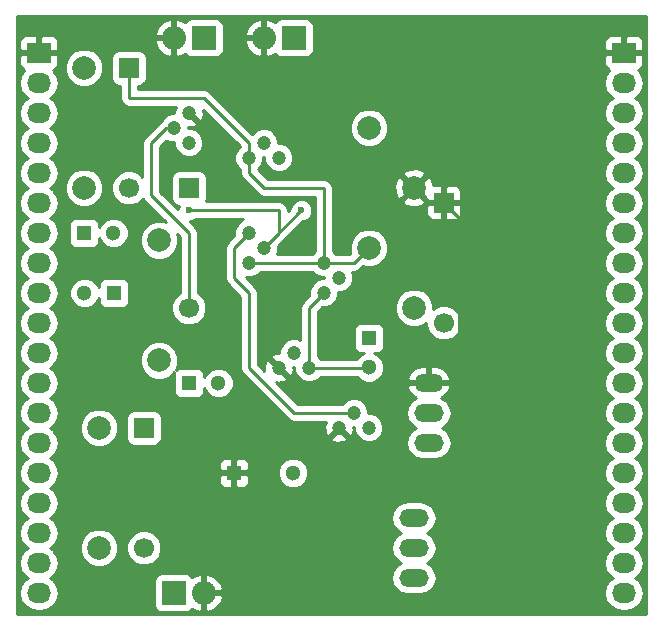
<source format=gbr>
G04 #@! TF.FileFunction,Copper,L2,Bot,Signal*
%FSLAX46Y46*%
G04 Gerber Fmt 4.6, Leading zero omitted, Abs format (unit mm)*
G04 Created by KiCad (PCBNEW 4.0.3+e1-6302~38~ubuntu16.04.1-stable) date Thu Aug 25 17:18:38 2016*
%MOMM*%
%LPD*%
G01*
G04 APERTURE LIST*
%ADD10C,0.100000*%
%ADD11R,1.300000X1.300000*%
%ADD12C,1.300000*%
%ADD13C,1.699260*%
%ADD14R,1.699260X1.699260*%
%ADD15R,2.032000X2.032000*%
%ADD16O,2.032000X2.032000*%
%ADD17C,1.200000*%
%ADD18O,2.499360X1.501140*%
%ADD19C,1.998980*%
%ADD20R,2.032000X1.727200*%
%ADD21O,2.032000X1.727200*%
%ADD22C,0.600000*%
%ADD23C,0.250000*%
%ADD24C,0.254000*%
G04 APERTURE END LIST*
D10*
D11*
X48260000Y-101600000D03*
D12*
X45760000Y-101600000D03*
D11*
X54610000Y-109220000D03*
D12*
X57110000Y-109220000D03*
D11*
X58420000Y-116840000D03*
D12*
X63420000Y-116840000D03*
D11*
X69850000Y-105410000D03*
D12*
X69850000Y-107910000D03*
D11*
X45720000Y-96520000D03*
D12*
X48220000Y-96520000D03*
D13*
X54612540Y-102870520D03*
D14*
X54612540Y-92710520D03*
D13*
X49532540Y-92710520D03*
D14*
X49532540Y-82550520D03*
D15*
X53340000Y-127000000D03*
D16*
X55880000Y-127000000D03*
D15*
X55880000Y-80010000D03*
D16*
X53340000Y-80010000D03*
D17*
X59690000Y-99060000D03*
X60960000Y-97790000D03*
X59690000Y-96520000D03*
X54610000Y-86360000D03*
X53340000Y-87630000D03*
X54610000Y-88900000D03*
X62230000Y-90170000D03*
X60960000Y-88900000D03*
X59690000Y-90170000D03*
X69850000Y-113030000D03*
X68580000Y-111760000D03*
X67310000Y-113030000D03*
X66040000Y-101600000D03*
X67310000Y-100330000D03*
X66040000Y-99060000D03*
X64770000Y-107950000D03*
X63500000Y-106680000D03*
X62230000Y-107950000D03*
D18*
X74930000Y-111760000D03*
X74930000Y-114300000D03*
X74930000Y-109220000D03*
X73660000Y-123190000D03*
X73660000Y-120650000D03*
X73660000Y-125730000D03*
D19*
X45720000Y-82550000D03*
X45720000Y-92710000D03*
X52070000Y-107315000D03*
X52070000Y-97155000D03*
X46990000Y-113030000D03*
X46990000Y-123190000D03*
X73660000Y-92710000D03*
X73660000Y-102870000D03*
X69850000Y-87630000D03*
X69850000Y-97790000D03*
D13*
X76202540Y-104140520D03*
D14*
X76202540Y-93980520D03*
D13*
X50802540Y-123190520D03*
D14*
X50802540Y-113030520D03*
D15*
X63500000Y-80010000D03*
D16*
X60960000Y-80010000D03*
D20*
X41910000Y-81280000D03*
D21*
X41910000Y-83820000D03*
X41910000Y-86360000D03*
X41910000Y-88900000D03*
X41910000Y-91440000D03*
X41910000Y-93980000D03*
X41910000Y-96520000D03*
X41910000Y-99060000D03*
X41910000Y-101600000D03*
X41910000Y-104140000D03*
X41910000Y-106680000D03*
X41910000Y-109220000D03*
X41910000Y-111760000D03*
X41910000Y-114300000D03*
X41910000Y-116840000D03*
X41910000Y-119380000D03*
X41910000Y-121920000D03*
X41910000Y-124460000D03*
X41910000Y-127000000D03*
D20*
X91440000Y-81280000D03*
D21*
X91440000Y-83820000D03*
X91440000Y-86360000D03*
X91440000Y-88900000D03*
X91440000Y-91440000D03*
X91440000Y-93980000D03*
X91440000Y-96520000D03*
X91440000Y-99060000D03*
X91440000Y-101600000D03*
X91440000Y-104140000D03*
X91440000Y-106680000D03*
X91440000Y-109220000D03*
X91440000Y-111760000D03*
X91440000Y-114300000D03*
X91440000Y-116840000D03*
X91440000Y-119380000D03*
X91440000Y-121920000D03*
X91440000Y-124460000D03*
X91440000Y-127000000D03*
D22*
X64135000Y-94615000D03*
X54610000Y-94615000D03*
D23*
X53340000Y-87630000D02*
X52705000Y-87630000D01*
X54612540Y-96522540D02*
X54612540Y-102870520D01*
X51435000Y-93345000D02*
X54612540Y-96522540D01*
X51435000Y-88900000D02*
X51435000Y-93345000D01*
X52705000Y-87630000D02*
X51435000Y-88900000D01*
X64770000Y-107950000D02*
X64770000Y-102870000D01*
X64770000Y-102870000D02*
X66040000Y-101600000D01*
X64770000Y-107950000D02*
X69810000Y-107950000D01*
X69810000Y-107950000D02*
X69850000Y-107910000D01*
X62230000Y-107950000D02*
X64770000Y-110490000D01*
X69850000Y-115570000D02*
X67310000Y-113030000D01*
X71120000Y-114300000D02*
X69850000Y-115570000D01*
X71120000Y-111760000D02*
X71120000Y-114300000D01*
X69850000Y-110490000D02*
X71120000Y-111760000D01*
X64770000Y-110490000D02*
X69850000Y-110490000D01*
X74930000Y-109220000D02*
X74930000Y-107950000D01*
X77470000Y-95247980D02*
X76202540Y-93980520D01*
X77470000Y-105410000D02*
X77470000Y-95247980D01*
X74930000Y-107950000D02*
X77470000Y-105410000D01*
X64135000Y-94615000D02*
X60960000Y-97790000D01*
X60960000Y-97790000D02*
X62230000Y-96520000D01*
X62230000Y-94615000D02*
X54610000Y-94615000D01*
X62230000Y-96520000D02*
X62230000Y-94615000D01*
X68580000Y-111760000D02*
X63500000Y-111760000D01*
X58420000Y-97790000D02*
X59690000Y-96520000D01*
X58420000Y-100330000D02*
X58420000Y-97790000D01*
X59690000Y-101600000D02*
X58420000Y-100330000D01*
X59690000Y-107950000D02*
X59690000Y-101600000D01*
X63500000Y-111760000D02*
X59690000Y-107950000D01*
X49532540Y-82550520D02*
X49532540Y-85092540D01*
X59690000Y-88900000D02*
X59690000Y-90170000D01*
X55880000Y-85090000D02*
X59690000Y-88900000D01*
X49535080Y-85090000D02*
X55880000Y-85090000D01*
X49532540Y-85092540D02*
X49535080Y-85090000D01*
X59690000Y-99060000D02*
X66040000Y-99060000D01*
X66040000Y-99060000D02*
X68580000Y-99060000D01*
X68580000Y-99060000D02*
X69850000Y-97790000D01*
X66040000Y-99060000D02*
X66040000Y-92710000D01*
X59690000Y-90170000D02*
X59690000Y-91440000D01*
X60960000Y-92710000D02*
X66040000Y-92710000D01*
X59690000Y-91440000D02*
X60960000Y-92710000D01*
D24*
G36*
X93270000Y-128830000D02*
X40080000Y-128830000D01*
X40080000Y-83820000D01*
X40226655Y-83820000D01*
X40340729Y-84393489D01*
X40665585Y-84879670D01*
X40980366Y-85090000D01*
X40665585Y-85300330D01*
X40340729Y-85786511D01*
X40226655Y-86360000D01*
X40340729Y-86933489D01*
X40665585Y-87419670D01*
X40980366Y-87630000D01*
X40665585Y-87840330D01*
X40340729Y-88326511D01*
X40226655Y-88900000D01*
X40340729Y-89473489D01*
X40665585Y-89959670D01*
X40980366Y-90170000D01*
X40665585Y-90380330D01*
X40340729Y-90866511D01*
X40226655Y-91440000D01*
X40340729Y-92013489D01*
X40665585Y-92499670D01*
X40980366Y-92710000D01*
X40665585Y-92920330D01*
X40340729Y-93406511D01*
X40226655Y-93980000D01*
X40340729Y-94553489D01*
X40665585Y-95039670D01*
X40980366Y-95250000D01*
X40665585Y-95460330D01*
X40340729Y-95946511D01*
X40226655Y-96520000D01*
X40340729Y-97093489D01*
X40665585Y-97579670D01*
X40980366Y-97790000D01*
X40665585Y-98000330D01*
X40340729Y-98486511D01*
X40226655Y-99060000D01*
X40340729Y-99633489D01*
X40665585Y-100119670D01*
X40980366Y-100330000D01*
X40665585Y-100540330D01*
X40340729Y-101026511D01*
X40226655Y-101600000D01*
X40340729Y-102173489D01*
X40665585Y-102659670D01*
X40980366Y-102870000D01*
X40665585Y-103080330D01*
X40340729Y-103566511D01*
X40226655Y-104140000D01*
X40340729Y-104713489D01*
X40665585Y-105199670D01*
X40980366Y-105410000D01*
X40665585Y-105620330D01*
X40340729Y-106106511D01*
X40226655Y-106680000D01*
X40340729Y-107253489D01*
X40665585Y-107739670D01*
X40980366Y-107950000D01*
X40665585Y-108160330D01*
X40340729Y-108646511D01*
X40226655Y-109220000D01*
X40340729Y-109793489D01*
X40665585Y-110279670D01*
X40980366Y-110490000D01*
X40665585Y-110700330D01*
X40340729Y-111186511D01*
X40226655Y-111760000D01*
X40340729Y-112333489D01*
X40665585Y-112819670D01*
X40980366Y-113030000D01*
X40665585Y-113240330D01*
X40340729Y-113726511D01*
X40226655Y-114300000D01*
X40340729Y-114873489D01*
X40665585Y-115359670D01*
X40980366Y-115570000D01*
X40665585Y-115780330D01*
X40340729Y-116266511D01*
X40226655Y-116840000D01*
X40340729Y-117413489D01*
X40665585Y-117899670D01*
X40980366Y-118110000D01*
X40665585Y-118320330D01*
X40340729Y-118806511D01*
X40226655Y-119380000D01*
X40340729Y-119953489D01*
X40665585Y-120439670D01*
X40980366Y-120650000D01*
X40665585Y-120860330D01*
X40340729Y-121346511D01*
X40226655Y-121920000D01*
X40340729Y-122493489D01*
X40665585Y-122979670D01*
X40980366Y-123190000D01*
X40665585Y-123400330D01*
X40340729Y-123886511D01*
X40226655Y-124460000D01*
X40340729Y-125033489D01*
X40665585Y-125519670D01*
X40980366Y-125730000D01*
X40665585Y-125940330D01*
X40340729Y-126426511D01*
X40226655Y-127000000D01*
X40340729Y-127573489D01*
X40665585Y-128059670D01*
X41151766Y-128384526D01*
X41725255Y-128498600D01*
X42094745Y-128498600D01*
X42668234Y-128384526D01*
X43154415Y-128059670D01*
X43479271Y-127573489D01*
X43593345Y-127000000D01*
X43479271Y-126426511D01*
X43183595Y-125984000D01*
X51676560Y-125984000D01*
X51676560Y-128016000D01*
X51720838Y-128251317D01*
X51859910Y-128467441D01*
X52072110Y-128612431D01*
X52324000Y-128663440D01*
X54356000Y-128663440D01*
X54591317Y-128619162D01*
X54807441Y-128480090D01*
X54907856Y-128333128D01*
X54911621Y-128337188D01*
X55497054Y-128605983D01*
X55753000Y-128487367D01*
X55753000Y-127127000D01*
X56007000Y-127127000D01*
X56007000Y-128487367D01*
X56262946Y-128605983D01*
X56848379Y-128337188D01*
X57286385Y-127864818D01*
X57485975Y-127382944D01*
X57366836Y-127127000D01*
X56007000Y-127127000D01*
X55753000Y-127127000D01*
X55733000Y-127127000D01*
X55733000Y-126873000D01*
X55753000Y-126873000D01*
X55753000Y-125512633D01*
X56007000Y-125512633D01*
X56007000Y-126873000D01*
X57366836Y-126873000D01*
X57485975Y-126617056D01*
X57286385Y-126135182D01*
X56848379Y-125662812D01*
X56262946Y-125394017D01*
X56007000Y-125512633D01*
X55753000Y-125512633D01*
X55497054Y-125394017D01*
X54911621Y-125662812D01*
X54907066Y-125667724D01*
X54820090Y-125532559D01*
X54607890Y-125387569D01*
X54356000Y-125336560D01*
X52324000Y-125336560D01*
X52088683Y-125380838D01*
X51872559Y-125519910D01*
X51727569Y-125732110D01*
X51676560Y-125984000D01*
X43183595Y-125984000D01*
X43154415Y-125940330D01*
X42839634Y-125730000D01*
X43154415Y-125519670D01*
X43479271Y-125033489D01*
X43593345Y-124460000D01*
X43479271Y-123886511D01*
X43230163Y-123513694D01*
X45355226Y-123513694D01*
X45603538Y-124114655D01*
X46062927Y-124574846D01*
X46663453Y-124824206D01*
X47313694Y-124824774D01*
X47914655Y-124576462D01*
X48374846Y-124117073D01*
X48624206Y-123516547D01*
X48624233Y-123484536D01*
X49317652Y-123484536D01*
X49543198Y-124030397D01*
X49960466Y-124448394D01*
X50505933Y-124674892D01*
X51096556Y-124675408D01*
X51642417Y-124449862D01*
X52060414Y-124032594D01*
X52286912Y-123487127D01*
X52287428Y-122896504D01*
X52061882Y-122350643D01*
X51644614Y-121932646D01*
X51099147Y-121706148D01*
X50508524Y-121705632D01*
X49962663Y-121931178D01*
X49544666Y-122348446D01*
X49318168Y-122893913D01*
X49317652Y-123484536D01*
X48624233Y-123484536D01*
X48624774Y-122866306D01*
X48376462Y-122265345D01*
X47917073Y-121805154D01*
X47316547Y-121555794D01*
X46666306Y-121555226D01*
X46065345Y-121803538D01*
X45605154Y-122262927D01*
X45355794Y-122863453D01*
X45355226Y-123513694D01*
X43230163Y-123513694D01*
X43154415Y-123400330D01*
X42839634Y-123190000D01*
X43154415Y-122979670D01*
X43479271Y-122493489D01*
X43593345Y-121920000D01*
X43479271Y-121346511D01*
X43154415Y-120860330D01*
X42839634Y-120650000D01*
X71738397Y-120650000D01*
X71843867Y-121180235D01*
X72144221Y-121629746D01*
X72578616Y-121920000D01*
X72144221Y-122210254D01*
X71843867Y-122659765D01*
X71738397Y-123190000D01*
X71843867Y-123720235D01*
X72144221Y-124169746D01*
X72578616Y-124460000D01*
X72144221Y-124750254D01*
X71843867Y-125199765D01*
X71738397Y-125730000D01*
X71843867Y-126260235D01*
X72144221Y-126709746D01*
X72593732Y-127010100D01*
X73123967Y-127115570D01*
X74196033Y-127115570D01*
X74726268Y-127010100D01*
X75175779Y-126709746D01*
X75476133Y-126260235D01*
X75581603Y-125730000D01*
X75476133Y-125199765D01*
X75175779Y-124750254D01*
X74741384Y-124460000D01*
X75175779Y-124169746D01*
X75476133Y-123720235D01*
X75581603Y-123190000D01*
X75476133Y-122659765D01*
X75175779Y-122210254D01*
X74741384Y-121920000D01*
X75175779Y-121629746D01*
X75476133Y-121180235D01*
X75581603Y-120650000D01*
X75476133Y-120119765D01*
X75175779Y-119670254D01*
X74726268Y-119369900D01*
X74196033Y-119264430D01*
X73123967Y-119264430D01*
X72593732Y-119369900D01*
X72144221Y-119670254D01*
X71843867Y-120119765D01*
X71738397Y-120650000D01*
X42839634Y-120650000D01*
X43154415Y-120439670D01*
X43479271Y-119953489D01*
X43593345Y-119380000D01*
X43479271Y-118806511D01*
X43154415Y-118320330D01*
X42839634Y-118110000D01*
X43154415Y-117899670D01*
X43479271Y-117413489D01*
X43536505Y-117125750D01*
X57135000Y-117125750D01*
X57135000Y-117616310D01*
X57231673Y-117849699D01*
X57410302Y-118028327D01*
X57643691Y-118125000D01*
X58134250Y-118125000D01*
X58293000Y-117966250D01*
X58293000Y-116967000D01*
X58547000Y-116967000D01*
X58547000Y-117966250D01*
X58705750Y-118125000D01*
X59196309Y-118125000D01*
X59429698Y-118028327D01*
X59608327Y-117849699D01*
X59705000Y-117616310D01*
X59705000Y-117125750D01*
X59673731Y-117094481D01*
X62134777Y-117094481D01*
X62329995Y-117566943D01*
X62691155Y-117928735D01*
X63163276Y-118124777D01*
X63674481Y-118125223D01*
X64146943Y-117930005D01*
X64508735Y-117568845D01*
X64704777Y-117096724D01*
X64705223Y-116585519D01*
X64510005Y-116113057D01*
X64148845Y-115751265D01*
X63676724Y-115555223D01*
X63165519Y-115554777D01*
X62693057Y-115749995D01*
X62331265Y-116111155D01*
X62135223Y-116583276D01*
X62134777Y-117094481D01*
X59673731Y-117094481D01*
X59546250Y-116967000D01*
X58547000Y-116967000D01*
X58293000Y-116967000D01*
X57293750Y-116967000D01*
X57135000Y-117125750D01*
X43536505Y-117125750D01*
X43593345Y-116840000D01*
X43479271Y-116266511D01*
X43343751Y-116063690D01*
X57135000Y-116063690D01*
X57135000Y-116554250D01*
X57293750Y-116713000D01*
X58293000Y-116713000D01*
X58293000Y-115713750D01*
X58547000Y-115713750D01*
X58547000Y-116713000D01*
X59546250Y-116713000D01*
X59705000Y-116554250D01*
X59705000Y-116063690D01*
X59608327Y-115830301D01*
X59429698Y-115651673D01*
X59196309Y-115555000D01*
X58705750Y-115555000D01*
X58547000Y-115713750D01*
X58293000Y-115713750D01*
X58134250Y-115555000D01*
X57643691Y-115555000D01*
X57410302Y-115651673D01*
X57231673Y-115830301D01*
X57135000Y-116063690D01*
X43343751Y-116063690D01*
X43154415Y-115780330D01*
X42839634Y-115570000D01*
X43154415Y-115359670D01*
X43479271Y-114873489D01*
X43593345Y-114300000D01*
X43479271Y-113726511D01*
X43230163Y-113353694D01*
X45355226Y-113353694D01*
X45603538Y-113954655D01*
X46062927Y-114414846D01*
X46663453Y-114664206D01*
X47313694Y-114664774D01*
X47914655Y-114416462D01*
X48374846Y-113957073D01*
X48624206Y-113356547D01*
X48624774Y-112706306D01*
X48407677Y-112180890D01*
X49305470Y-112180890D01*
X49305470Y-113880150D01*
X49349748Y-114115467D01*
X49488820Y-114331591D01*
X49701020Y-114476581D01*
X49952910Y-114527590D01*
X51652170Y-114527590D01*
X51887487Y-114483312D01*
X52103611Y-114344240D01*
X52248601Y-114132040D01*
X52297061Y-113892735D01*
X66626870Y-113892735D01*
X66676383Y-114118164D01*
X67141036Y-114277807D01*
X67631413Y-114247482D01*
X67943617Y-114118164D01*
X67993130Y-113892735D01*
X67310000Y-113209605D01*
X66626870Y-113892735D01*
X52297061Y-113892735D01*
X52299610Y-113880150D01*
X52299610Y-112180890D01*
X52255332Y-111945573D01*
X52116260Y-111729449D01*
X51904060Y-111584459D01*
X51652170Y-111533450D01*
X49952910Y-111533450D01*
X49717593Y-111577728D01*
X49501469Y-111716800D01*
X49356479Y-111929000D01*
X49305470Y-112180890D01*
X48407677Y-112180890D01*
X48376462Y-112105345D01*
X47917073Y-111645154D01*
X47316547Y-111395794D01*
X46666306Y-111395226D01*
X46065345Y-111643538D01*
X45605154Y-112102927D01*
X45355794Y-112703453D01*
X45355226Y-113353694D01*
X43230163Y-113353694D01*
X43154415Y-113240330D01*
X42839634Y-113030000D01*
X43154415Y-112819670D01*
X43479271Y-112333489D01*
X43593345Y-111760000D01*
X43479271Y-111186511D01*
X43154415Y-110700330D01*
X42839634Y-110490000D01*
X43154415Y-110279670D01*
X43479271Y-109793489D01*
X43593345Y-109220000D01*
X43479271Y-108646511D01*
X43154415Y-108160330D01*
X42839634Y-107950000D01*
X43154415Y-107739670D01*
X43221885Y-107638694D01*
X50435226Y-107638694D01*
X50683538Y-108239655D01*
X51142927Y-108699846D01*
X51743453Y-108949206D01*
X52393694Y-108949774D01*
X52994655Y-108701462D01*
X53359741Y-108337012D01*
X53312560Y-108570000D01*
X53312560Y-109870000D01*
X53356838Y-110105317D01*
X53495910Y-110321441D01*
X53708110Y-110466431D01*
X53960000Y-110517440D01*
X55260000Y-110517440D01*
X55495317Y-110473162D01*
X55711441Y-110334090D01*
X55856431Y-110121890D01*
X55907440Y-109870000D01*
X55907440Y-109674540D01*
X56019995Y-109946943D01*
X56381155Y-110308735D01*
X56853276Y-110504777D01*
X57364481Y-110505223D01*
X57836943Y-110310005D01*
X58198735Y-109948845D01*
X58394777Y-109476724D01*
X58395223Y-108965519D01*
X58200005Y-108493057D01*
X57838845Y-108131265D01*
X57366724Y-107935223D01*
X56855519Y-107934777D01*
X56383057Y-108129995D01*
X56021265Y-108491155D01*
X55907440Y-108765276D01*
X55907440Y-108570000D01*
X55863162Y-108334683D01*
X55724090Y-108118559D01*
X55511890Y-107973569D01*
X55260000Y-107922560D01*
X53960000Y-107922560D01*
X53724683Y-107966838D01*
X53512416Y-108103428D01*
X53704206Y-107641547D01*
X53704774Y-106991306D01*
X53456462Y-106390345D01*
X52997073Y-105930154D01*
X52396547Y-105680794D01*
X51746306Y-105680226D01*
X51145345Y-105928538D01*
X50685154Y-106387927D01*
X50435794Y-106988453D01*
X50435226Y-107638694D01*
X43221885Y-107638694D01*
X43479271Y-107253489D01*
X43593345Y-106680000D01*
X43479271Y-106106511D01*
X43154415Y-105620330D01*
X42839634Y-105410000D01*
X43154415Y-105199670D01*
X43479271Y-104713489D01*
X43593345Y-104140000D01*
X43479271Y-103566511D01*
X43154415Y-103080330D01*
X42839634Y-102870000D01*
X43154415Y-102659670D01*
X43479271Y-102173489D01*
X43542725Y-101854481D01*
X44474777Y-101854481D01*
X44669995Y-102326943D01*
X45031155Y-102688735D01*
X45503276Y-102884777D01*
X46014481Y-102885223D01*
X46486943Y-102690005D01*
X46848735Y-102328845D01*
X46962560Y-102054724D01*
X46962560Y-102250000D01*
X47006838Y-102485317D01*
X47145910Y-102701441D01*
X47358110Y-102846431D01*
X47610000Y-102897440D01*
X48910000Y-102897440D01*
X49145317Y-102853162D01*
X49361441Y-102714090D01*
X49506431Y-102501890D01*
X49557440Y-102250000D01*
X49557440Y-100950000D01*
X49513162Y-100714683D01*
X49374090Y-100498559D01*
X49161890Y-100353569D01*
X48910000Y-100302560D01*
X47610000Y-100302560D01*
X47374683Y-100346838D01*
X47158559Y-100485910D01*
X47013569Y-100698110D01*
X46962560Y-100950000D01*
X46962560Y-101145460D01*
X46850005Y-100873057D01*
X46488845Y-100511265D01*
X46016724Y-100315223D01*
X45505519Y-100314777D01*
X45033057Y-100509995D01*
X44671265Y-100871155D01*
X44475223Y-101343276D01*
X44474777Y-101854481D01*
X43542725Y-101854481D01*
X43593345Y-101600000D01*
X43479271Y-101026511D01*
X43154415Y-100540330D01*
X42839634Y-100330000D01*
X43154415Y-100119670D01*
X43479271Y-99633489D01*
X43593345Y-99060000D01*
X43479271Y-98486511D01*
X43154415Y-98000330D01*
X42839634Y-97790000D01*
X43154415Y-97579670D01*
X43479271Y-97093489D01*
X43593345Y-96520000D01*
X43479271Y-95946511D01*
X43428148Y-95870000D01*
X44422560Y-95870000D01*
X44422560Y-97170000D01*
X44466838Y-97405317D01*
X44605910Y-97621441D01*
X44818110Y-97766431D01*
X45070000Y-97817440D01*
X46370000Y-97817440D01*
X46605317Y-97773162D01*
X46821441Y-97634090D01*
X46966431Y-97421890D01*
X47017440Y-97170000D01*
X47017440Y-96974540D01*
X47129995Y-97246943D01*
X47491155Y-97608735D01*
X47963276Y-97804777D01*
X48474481Y-97805223D01*
X48946943Y-97610005D01*
X49308735Y-97248845D01*
X49504777Y-96776724D01*
X49505223Y-96265519D01*
X49310005Y-95793057D01*
X48948845Y-95431265D01*
X48476724Y-95235223D01*
X47965519Y-95234777D01*
X47493057Y-95429995D01*
X47131265Y-95791155D01*
X47017440Y-96065276D01*
X47017440Y-95870000D01*
X46973162Y-95634683D01*
X46834090Y-95418559D01*
X46621890Y-95273569D01*
X46370000Y-95222560D01*
X45070000Y-95222560D01*
X44834683Y-95266838D01*
X44618559Y-95405910D01*
X44473569Y-95618110D01*
X44422560Y-95870000D01*
X43428148Y-95870000D01*
X43154415Y-95460330D01*
X42839634Y-95250000D01*
X43154415Y-95039670D01*
X43479271Y-94553489D01*
X43593345Y-93980000D01*
X43479271Y-93406511D01*
X43230163Y-93033694D01*
X44085226Y-93033694D01*
X44333538Y-93634655D01*
X44792927Y-94094846D01*
X45393453Y-94344206D01*
X46043694Y-94344774D01*
X46644655Y-94096462D01*
X47104846Y-93637073D01*
X47354206Y-93036547D01*
X47354774Y-92386306D01*
X47106462Y-91785345D01*
X46647073Y-91325154D01*
X46046547Y-91075794D01*
X45396306Y-91075226D01*
X44795345Y-91323538D01*
X44335154Y-91782927D01*
X44085794Y-92383453D01*
X44085226Y-93033694D01*
X43230163Y-93033694D01*
X43154415Y-92920330D01*
X42839634Y-92710000D01*
X43154415Y-92499670D01*
X43479271Y-92013489D01*
X43593345Y-91440000D01*
X43479271Y-90866511D01*
X43154415Y-90380330D01*
X42839634Y-90170000D01*
X43154415Y-89959670D01*
X43479271Y-89473489D01*
X43593345Y-88900000D01*
X43479271Y-88326511D01*
X43154415Y-87840330D01*
X42839634Y-87630000D01*
X43154415Y-87419670D01*
X43479271Y-86933489D01*
X43593345Y-86360000D01*
X43479271Y-85786511D01*
X43154415Y-85300330D01*
X42839634Y-85090000D01*
X43154415Y-84879670D01*
X43479271Y-84393489D01*
X43593345Y-83820000D01*
X43479271Y-83246511D01*
X43230163Y-82873694D01*
X44085226Y-82873694D01*
X44333538Y-83474655D01*
X44792927Y-83934846D01*
X45393453Y-84184206D01*
X46043694Y-84184774D01*
X46644655Y-83936462D01*
X47104846Y-83477073D01*
X47354206Y-82876547D01*
X47354774Y-82226306D01*
X47137677Y-81700890D01*
X48035470Y-81700890D01*
X48035470Y-83400150D01*
X48079748Y-83635467D01*
X48218820Y-83851591D01*
X48431020Y-83996581D01*
X48682910Y-84047590D01*
X48772540Y-84047590D01*
X48772540Y-85092540D01*
X48830392Y-85383379D01*
X48995139Y-85629941D01*
X49241701Y-85794688D01*
X49532540Y-85852540D01*
X49545309Y-85850000D01*
X53479364Y-85850000D01*
X53362193Y-86191036D01*
X53374808Y-86395030D01*
X53095421Y-86394786D01*
X52641343Y-86582408D01*
X52293629Y-86929515D01*
X52248302Y-87038675D01*
X52167599Y-87092599D01*
X50897599Y-88362599D01*
X50732852Y-88609161D01*
X50675000Y-88900000D01*
X50675000Y-91753557D01*
X50374614Y-91452646D01*
X49829147Y-91226148D01*
X49238524Y-91225632D01*
X48692663Y-91451178D01*
X48274666Y-91868446D01*
X48048168Y-92413913D01*
X48047652Y-93004536D01*
X48273198Y-93550397D01*
X48690466Y-93968394D01*
X49235933Y-94194892D01*
X49826556Y-94195408D01*
X50372417Y-93969862D01*
X50728573Y-93614327D01*
X50732852Y-93635839D01*
X50897599Y-93882401D01*
X52635011Y-95619813D01*
X52396547Y-95520794D01*
X51746306Y-95520226D01*
X51145345Y-95768538D01*
X50685154Y-96227927D01*
X50435794Y-96828453D01*
X50435226Y-97478694D01*
X50683538Y-98079655D01*
X51142927Y-98539846D01*
X51743453Y-98789206D01*
X52393694Y-98789774D01*
X52994655Y-98541462D01*
X53454846Y-98082073D01*
X53704206Y-97481547D01*
X53704774Y-96831306D01*
X53604977Y-96589779D01*
X53852540Y-96837342D01*
X53852540Y-101578173D01*
X53772663Y-101611178D01*
X53354666Y-102028446D01*
X53128168Y-102573913D01*
X53127652Y-103164536D01*
X53353198Y-103710397D01*
X53770466Y-104128394D01*
X54315933Y-104354892D01*
X54906556Y-104355408D01*
X55452417Y-104129862D01*
X55870414Y-103712594D01*
X56096912Y-103167127D01*
X56097428Y-102576504D01*
X55871882Y-102030643D01*
X55454614Y-101612646D01*
X55372540Y-101578566D01*
X55372540Y-96522540D01*
X55314688Y-96231701D01*
X55149941Y-95985139D01*
X54714894Y-95550092D01*
X54795167Y-95550162D01*
X55138943Y-95408117D01*
X55172118Y-95375000D01*
X59227087Y-95375000D01*
X58991343Y-95472408D01*
X58643629Y-95819515D01*
X58455215Y-96273266D01*
X58454860Y-96680338D01*
X57882599Y-97252599D01*
X57717852Y-97499161D01*
X57660000Y-97790000D01*
X57660000Y-100330000D01*
X57717852Y-100620839D01*
X57882599Y-100867401D01*
X58930000Y-101914802D01*
X58930000Y-107950000D01*
X58987852Y-108240839D01*
X59152599Y-108487401D01*
X62962599Y-112297401D01*
X63209161Y-112462148D01*
X63500000Y-112520000D01*
X66179364Y-112520000D01*
X66062193Y-112861036D01*
X66092518Y-113351413D01*
X66221836Y-113663617D01*
X66447265Y-113713130D01*
X67130395Y-113030000D01*
X67116253Y-113015858D01*
X67295858Y-112836253D01*
X67310000Y-112850395D01*
X67324143Y-112836253D01*
X67503748Y-113015858D01*
X67489605Y-113030000D01*
X68172735Y-113713130D01*
X68398164Y-113663617D01*
X68557807Y-113198964D01*
X68545192Y-112994970D01*
X68615030Y-112995031D01*
X68614786Y-113274579D01*
X68802408Y-113728657D01*
X69149515Y-114076371D01*
X69603266Y-114264785D01*
X70094579Y-114265214D01*
X70548657Y-114077592D01*
X70896371Y-113730485D01*
X71084785Y-113276734D01*
X71085214Y-112785421D01*
X70897592Y-112331343D01*
X70550485Y-111983629D01*
X70096734Y-111795215D01*
X69814970Y-111794969D01*
X69815000Y-111760000D01*
X73008397Y-111760000D01*
X73113867Y-112290235D01*
X73414221Y-112739746D01*
X73848616Y-113030000D01*
X73414221Y-113320254D01*
X73113867Y-113769765D01*
X73008397Y-114300000D01*
X73113867Y-114830235D01*
X73414221Y-115279746D01*
X73863732Y-115580100D01*
X74393967Y-115685570D01*
X75466033Y-115685570D01*
X75996268Y-115580100D01*
X76445779Y-115279746D01*
X76746133Y-114830235D01*
X76851603Y-114300000D01*
X76746133Y-113769765D01*
X76445779Y-113320254D01*
X76011384Y-113030000D01*
X76445779Y-112739746D01*
X76746133Y-112290235D01*
X76851603Y-111760000D01*
X76746133Y-111229765D01*
X76445779Y-110780254D01*
X75996268Y-110479900D01*
X75986968Y-110478050D01*
X76076677Y-110451499D01*
X76498658Y-110109944D01*
X76757810Y-109632903D01*
X76771993Y-109561275D01*
X76649339Y-109347000D01*
X75057000Y-109347000D01*
X75057000Y-109367000D01*
X74803000Y-109367000D01*
X74803000Y-109347000D01*
X73210661Y-109347000D01*
X73088007Y-109561275D01*
X73102190Y-109632903D01*
X73361342Y-110109944D01*
X73783323Y-110451499D01*
X73873032Y-110478050D01*
X73863732Y-110479900D01*
X73414221Y-110780254D01*
X73113867Y-111229765D01*
X73008397Y-111760000D01*
X69815000Y-111760000D01*
X69815214Y-111515421D01*
X69627592Y-111061343D01*
X69280485Y-110713629D01*
X68826734Y-110525215D01*
X68335421Y-110524786D01*
X67881343Y-110712408D01*
X67593248Y-111000000D01*
X63814802Y-111000000D01*
X61987262Y-109172460D01*
X62061036Y-109197807D01*
X62551413Y-109167482D01*
X62863617Y-109038164D01*
X62913130Y-108812735D01*
X62230000Y-108129605D01*
X62215858Y-108143748D01*
X62036253Y-107964143D01*
X62050395Y-107950000D01*
X61367265Y-107266870D01*
X61141836Y-107316383D01*
X60982193Y-107781036D01*
X61007660Y-108192858D01*
X60450000Y-107635198D01*
X60450000Y-101600000D01*
X60392148Y-101309161D01*
X60392148Y-101309160D01*
X60227401Y-101062599D01*
X59459601Y-100294799D01*
X59934579Y-100295214D01*
X60388657Y-100107592D01*
X60676752Y-99820000D01*
X65053644Y-99820000D01*
X65339515Y-100106371D01*
X65793266Y-100294785D01*
X66075030Y-100295031D01*
X66074969Y-100365030D01*
X65795421Y-100364786D01*
X65341343Y-100552408D01*
X64993629Y-100899515D01*
X64805215Y-101353266D01*
X64804860Y-101760338D01*
X64232599Y-102332599D01*
X64067852Y-102579161D01*
X64010000Y-102870000D01*
X64010000Y-105554533D01*
X63746734Y-105445215D01*
X63255421Y-105444786D01*
X62801343Y-105632408D01*
X62453629Y-105979515D01*
X62265215Y-106433266D01*
X62264973Y-106710479D01*
X61908587Y-106732518D01*
X61596383Y-106861836D01*
X61546870Y-107087265D01*
X62230000Y-107770395D01*
X62244143Y-107756253D01*
X62423748Y-107935858D01*
X62409605Y-107950000D01*
X63092735Y-108633130D01*
X63318164Y-108583617D01*
X63477807Y-108118964D01*
X63465192Y-107914970D01*
X63535030Y-107915031D01*
X63534786Y-108194579D01*
X63722408Y-108648657D01*
X64069515Y-108996371D01*
X64523266Y-109184785D01*
X65014579Y-109185214D01*
X65468657Y-108997592D01*
X65756752Y-108710000D01*
X68832924Y-108710000D01*
X69121155Y-108998735D01*
X69593276Y-109194777D01*
X70104481Y-109195223D01*
X70576943Y-109000005D01*
X70698435Y-108878725D01*
X73088007Y-108878725D01*
X73210661Y-109093000D01*
X74803000Y-109093000D01*
X74803000Y-107834430D01*
X75057000Y-107834430D01*
X75057000Y-109093000D01*
X76649339Y-109093000D01*
X76771993Y-108878725D01*
X76757810Y-108807097D01*
X76498658Y-108330056D01*
X76076677Y-107988501D01*
X75556110Y-107834430D01*
X75057000Y-107834430D01*
X74803000Y-107834430D01*
X74303890Y-107834430D01*
X73783323Y-107988501D01*
X73361342Y-108330056D01*
X73102190Y-108807097D01*
X73088007Y-108878725D01*
X70698435Y-108878725D01*
X70938735Y-108638845D01*
X71134777Y-108166724D01*
X71135223Y-107655519D01*
X70940005Y-107183057D01*
X70578845Y-106821265D01*
X70304724Y-106707440D01*
X70500000Y-106707440D01*
X70735317Y-106663162D01*
X70951441Y-106524090D01*
X71096431Y-106311890D01*
X71147440Y-106060000D01*
X71147440Y-104760000D01*
X71103162Y-104524683D01*
X70964090Y-104308559D01*
X70751890Y-104163569D01*
X70500000Y-104112560D01*
X69200000Y-104112560D01*
X68964683Y-104156838D01*
X68748559Y-104295910D01*
X68603569Y-104508110D01*
X68552560Y-104760000D01*
X68552560Y-106060000D01*
X68596838Y-106295317D01*
X68735910Y-106511441D01*
X68948110Y-106656431D01*
X69200000Y-106707440D01*
X69395460Y-106707440D01*
X69123057Y-106819995D01*
X68761265Y-107181155D01*
X68757592Y-107190000D01*
X65756356Y-107190000D01*
X65530000Y-106963248D01*
X65530000Y-103193694D01*
X72025226Y-103193694D01*
X72273538Y-103794655D01*
X72732927Y-104254846D01*
X73333453Y-104504206D01*
X73983694Y-104504774D01*
X74584655Y-104256462D01*
X74717924Y-104123425D01*
X74717652Y-104434536D01*
X74943198Y-104980397D01*
X75360466Y-105398394D01*
X75905933Y-105624892D01*
X76496556Y-105625408D01*
X77042417Y-105399862D01*
X77460414Y-104982594D01*
X77686912Y-104437127D01*
X77687428Y-103846504D01*
X77461882Y-103300643D01*
X77044614Y-102882646D01*
X76499147Y-102656148D01*
X75908524Y-102655632D01*
X75362663Y-102881178D01*
X75294422Y-102949300D01*
X75294774Y-102546306D01*
X75046462Y-101945345D01*
X74587073Y-101485154D01*
X73986547Y-101235794D01*
X73336306Y-101235226D01*
X72735345Y-101483538D01*
X72275154Y-101942927D01*
X72025794Y-102543453D01*
X72025226Y-103193694D01*
X65530000Y-103193694D01*
X65530000Y-103184802D01*
X65879941Y-102834861D01*
X66284579Y-102835214D01*
X66738657Y-102647592D01*
X67086371Y-102300485D01*
X67274785Y-101846734D01*
X67275031Y-101564970D01*
X67554579Y-101565214D01*
X68008657Y-101377592D01*
X68356371Y-101030485D01*
X68544785Y-100576734D01*
X68545214Y-100085421D01*
X68435544Y-99820000D01*
X68580000Y-99820000D01*
X68870839Y-99762148D01*
X69117401Y-99597401D01*
X69358917Y-99355885D01*
X69523453Y-99424206D01*
X70173694Y-99424774D01*
X70774655Y-99176462D01*
X71234846Y-98717073D01*
X71484206Y-98116547D01*
X71484774Y-97466306D01*
X71236462Y-96865345D01*
X70777073Y-96405154D01*
X70176547Y-96155794D01*
X69526306Y-96155226D01*
X68925345Y-96403538D01*
X68465154Y-96862927D01*
X68215794Y-97463453D01*
X68215226Y-98113694D01*
X68284309Y-98280889D01*
X68265198Y-98300000D01*
X67026356Y-98300000D01*
X66800000Y-98073248D01*
X66800000Y-93862163D01*
X72687443Y-93862163D01*
X72786042Y-94128965D01*
X73395582Y-94355401D01*
X74045377Y-94331341D01*
X74202472Y-94266270D01*
X74717910Y-94266270D01*
X74717910Y-94956459D01*
X74814583Y-95189848D01*
X74993211Y-95368477D01*
X75226600Y-95465150D01*
X75916790Y-95465150D01*
X76075540Y-95306400D01*
X76075540Y-94107520D01*
X76329540Y-94107520D01*
X76329540Y-95306400D01*
X76488290Y-95465150D01*
X77178480Y-95465150D01*
X77411869Y-95368477D01*
X77590497Y-95189848D01*
X77687170Y-94956459D01*
X77687170Y-94266270D01*
X77528420Y-94107520D01*
X76329540Y-94107520D01*
X76075540Y-94107520D01*
X74876660Y-94107520D01*
X74717910Y-94266270D01*
X74202472Y-94266270D01*
X74533958Y-94128965D01*
X74632557Y-93862163D01*
X73660000Y-92889605D01*
X72687443Y-93862163D01*
X66800000Y-93862163D01*
X66800000Y-92710000D01*
X66747404Y-92445582D01*
X72014599Y-92445582D01*
X72038659Y-93095377D01*
X72241035Y-93583958D01*
X72507837Y-93682557D01*
X73480395Y-92710000D01*
X73839605Y-92710000D01*
X74717910Y-93588304D01*
X74717910Y-93694770D01*
X74876660Y-93853520D01*
X76075540Y-93853520D01*
X76075540Y-92654640D01*
X76329540Y-92654640D01*
X76329540Y-93853520D01*
X77528420Y-93853520D01*
X77687170Y-93694770D01*
X77687170Y-93004581D01*
X77590497Y-92771192D01*
X77411869Y-92592563D01*
X77178480Y-92495890D01*
X76488290Y-92495890D01*
X76329540Y-92654640D01*
X76075540Y-92654640D01*
X75916790Y-92495890D01*
X75287683Y-92495890D01*
X75281341Y-92324623D01*
X75078965Y-91836042D01*
X74812163Y-91737443D01*
X73839605Y-92710000D01*
X73480395Y-92710000D01*
X72507837Y-91737443D01*
X72241035Y-91836042D01*
X72014599Y-92445582D01*
X66747404Y-92445582D01*
X66742148Y-92419161D01*
X66577401Y-92172599D01*
X66330839Y-92007852D01*
X66040000Y-91950000D01*
X61274802Y-91950000D01*
X60882639Y-91557837D01*
X72687443Y-91557837D01*
X73660000Y-92530395D01*
X74632557Y-91557837D01*
X74533958Y-91291035D01*
X73924418Y-91064599D01*
X73274623Y-91088659D01*
X72786042Y-91291035D01*
X72687443Y-91557837D01*
X60882639Y-91557837D01*
X60465593Y-91140791D01*
X60736371Y-90870485D01*
X60924785Y-90416734D01*
X60925031Y-90134970D01*
X60995030Y-90135031D01*
X60994786Y-90414579D01*
X61182408Y-90868657D01*
X61529515Y-91216371D01*
X61983266Y-91404785D01*
X62474579Y-91405214D01*
X62928657Y-91217592D01*
X63276371Y-90870485D01*
X63464785Y-90416734D01*
X63465214Y-89925421D01*
X63277592Y-89471343D01*
X62930485Y-89123629D01*
X62476734Y-88935215D01*
X62194970Y-88934969D01*
X62195214Y-88655421D01*
X62007592Y-88201343D01*
X61760376Y-87953694D01*
X68215226Y-87953694D01*
X68463538Y-88554655D01*
X68922927Y-89014846D01*
X69523453Y-89264206D01*
X70173694Y-89264774D01*
X70774655Y-89016462D01*
X71234846Y-88557073D01*
X71484206Y-87956547D01*
X71484774Y-87306306D01*
X71236462Y-86705345D01*
X70777073Y-86245154D01*
X70176547Y-85995794D01*
X69526306Y-85995226D01*
X68925345Y-86243538D01*
X68465154Y-86702927D01*
X68215794Y-87303453D01*
X68215226Y-87953694D01*
X61760376Y-87953694D01*
X61660485Y-87853629D01*
X61206734Y-87665215D01*
X60715421Y-87664786D01*
X60261343Y-87852408D01*
X59989039Y-88124237D01*
X56417401Y-84552599D01*
X56170839Y-84387852D01*
X55880000Y-84330000D01*
X50292540Y-84330000D01*
X50292540Y-84047590D01*
X50382170Y-84047590D01*
X50617487Y-84003312D01*
X50833611Y-83864240D01*
X50863838Y-83820000D01*
X89756655Y-83820000D01*
X89870729Y-84393489D01*
X90195585Y-84879670D01*
X90510366Y-85090000D01*
X90195585Y-85300330D01*
X89870729Y-85786511D01*
X89756655Y-86360000D01*
X89870729Y-86933489D01*
X90195585Y-87419670D01*
X90510366Y-87630000D01*
X90195585Y-87840330D01*
X89870729Y-88326511D01*
X89756655Y-88900000D01*
X89870729Y-89473489D01*
X90195585Y-89959670D01*
X90510366Y-90170000D01*
X90195585Y-90380330D01*
X89870729Y-90866511D01*
X89756655Y-91440000D01*
X89870729Y-92013489D01*
X90195585Y-92499670D01*
X90510366Y-92710000D01*
X90195585Y-92920330D01*
X89870729Y-93406511D01*
X89756655Y-93980000D01*
X89870729Y-94553489D01*
X90195585Y-95039670D01*
X90510366Y-95250000D01*
X90195585Y-95460330D01*
X89870729Y-95946511D01*
X89756655Y-96520000D01*
X89870729Y-97093489D01*
X90195585Y-97579670D01*
X90510366Y-97790000D01*
X90195585Y-98000330D01*
X89870729Y-98486511D01*
X89756655Y-99060000D01*
X89870729Y-99633489D01*
X90195585Y-100119670D01*
X90510366Y-100330000D01*
X90195585Y-100540330D01*
X89870729Y-101026511D01*
X89756655Y-101600000D01*
X89870729Y-102173489D01*
X90195585Y-102659670D01*
X90510366Y-102870000D01*
X90195585Y-103080330D01*
X89870729Y-103566511D01*
X89756655Y-104140000D01*
X89870729Y-104713489D01*
X90195585Y-105199670D01*
X90510366Y-105410000D01*
X90195585Y-105620330D01*
X89870729Y-106106511D01*
X89756655Y-106680000D01*
X89870729Y-107253489D01*
X90195585Y-107739670D01*
X90510366Y-107950000D01*
X90195585Y-108160330D01*
X89870729Y-108646511D01*
X89756655Y-109220000D01*
X89870729Y-109793489D01*
X90195585Y-110279670D01*
X90510366Y-110490000D01*
X90195585Y-110700330D01*
X89870729Y-111186511D01*
X89756655Y-111760000D01*
X89870729Y-112333489D01*
X90195585Y-112819670D01*
X90510366Y-113030000D01*
X90195585Y-113240330D01*
X89870729Y-113726511D01*
X89756655Y-114300000D01*
X89870729Y-114873489D01*
X90195585Y-115359670D01*
X90510366Y-115570000D01*
X90195585Y-115780330D01*
X89870729Y-116266511D01*
X89756655Y-116840000D01*
X89870729Y-117413489D01*
X90195585Y-117899670D01*
X90510366Y-118110000D01*
X90195585Y-118320330D01*
X89870729Y-118806511D01*
X89756655Y-119380000D01*
X89870729Y-119953489D01*
X90195585Y-120439670D01*
X90510366Y-120650000D01*
X90195585Y-120860330D01*
X89870729Y-121346511D01*
X89756655Y-121920000D01*
X89870729Y-122493489D01*
X90195585Y-122979670D01*
X90510366Y-123190000D01*
X90195585Y-123400330D01*
X89870729Y-123886511D01*
X89756655Y-124460000D01*
X89870729Y-125033489D01*
X90195585Y-125519670D01*
X90510366Y-125730000D01*
X90195585Y-125940330D01*
X89870729Y-126426511D01*
X89756655Y-127000000D01*
X89870729Y-127573489D01*
X90195585Y-128059670D01*
X90681766Y-128384526D01*
X91255255Y-128498600D01*
X91624745Y-128498600D01*
X92198234Y-128384526D01*
X92684415Y-128059670D01*
X93009271Y-127573489D01*
X93123345Y-127000000D01*
X93009271Y-126426511D01*
X92684415Y-125940330D01*
X92369634Y-125730000D01*
X92684415Y-125519670D01*
X93009271Y-125033489D01*
X93123345Y-124460000D01*
X93009271Y-123886511D01*
X92684415Y-123400330D01*
X92369634Y-123190000D01*
X92684415Y-122979670D01*
X93009271Y-122493489D01*
X93123345Y-121920000D01*
X93009271Y-121346511D01*
X92684415Y-120860330D01*
X92369634Y-120650000D01*
X92684415Y-120439670D01*
X93009271Y-119953489D01*
X93123345Y-119380000D01*
X93009271Y-118806511D01*
X92684415Y-118320330D01*
X92369634Y-118110000D01*
X92684415Y-117899670D01*
X93009271Y-117413489D01*
X93123345Y-116840000D01*
X93009271Y-116266511D01*
X92684415Y-115780330D01*
X92369634Y-115570000D01*
X92684415Y-115359670D01*
X93009271Y-114873489D01*
X93123345Y-114300000D01*
X93009271Y-113726511D01*
X92684415Y-113240330D01*
X92369634Y-113030000D01*
X92684415Y-112819670D01*
X93009271Y-112333489D01*
X93123345Y-111760000D01*
X93009271Y-111186511D01*
X92684415Y-110700330D01*
X92369634Y-110490000D01*
X92684415Y-110279670D01*
X93009271Y-109793489D01*
X93123345Y-109220000D01*
X93009271Y-108646511D01*
X92684415Y-108160330D01*
X92369634Y-107950000D01*
X92684415Y-107739670D01*
X93009271Y-107253489D01*
X93123345Y-106680000D01*
X93009271Y-106106511D01*
X92684415Y-105620330D01*
X92369634Y-105410000D01*
X92684415Y-105199670D01*
X93009271Y-104713489D01*
X93123345Y-104140000D01*
X93009271Y-103566511D01*
X92684415Y-103080330D01*
X92369634Y-102870000D01*
X92684415Y-102659670D01*
X93009271Y-102173489D01*
X93123345Y-101600000D01*
X93009271Y-101026511D01*
X92684415Y-100540330D01*
X92369634Y-100330000D01*
X92684415Y-100119670D01*
X93009271Y-99633489D01*
X93123345Y-99060000D01*
X93009271Y-98486511D01*
X92684415Y-98000330D01*
X92369634Y-97790000D01*
X92684415Y-97579670D01*
X93009271Y-97093489D01*
X93123345Y-96520000D01*
X93009271Y-95946511D01*
X92684415Y-95460330D01*
X92369634Y-95250000D01*
X92684415Y-95039670D01*
X93009271Y-94553489D01*
X93123345Y-93980000D01*
X93009271Y-93406511D01*
X92684415Y-92920330D01*
X92369634Y-92710000D01*
X92684415Y-92499670D01*
X93009271Y-92013489D01*
X93123345Y-91440000D01*
X93009271Y-90866511D01*
X92684415Y-90380330D01*
X92369634Y-90170000D01*
X92684415Y-89959670D01*
X93009271Y-89473489D01*
X93123345Y-88900000D01*
X93009271Y-88326511D01*
X92684415Y-87840330D01*
X92369634Y-87630000D01*
X92684415Y-87419670D01*
X93009271Y-86933489D01*
X93123345Y-86360000D01*
X93009271Y-85786511D01*
X92684415Y-85300330D01*
X92369634Y-85090000D01*
X92684415Y-84879670D01*
X93009271Y-84393489D01*
X93123345Y-83820000D01*
X93009271Y-83246511D01*
X92684415Y-82760330D01*
X92662220Y-82745500D01*
X92815699Y-82681927D01*
X92994327Y-82503298D01*
X93091000Y-82269909D01*
X93091000Y-81565750D01*
X92932250Y-81407000D01*
X91567000Y-81407000D01*
X91567000Y-81427000D01*
X91313000Y-81427000D01*
X91313000Y-81407000D01*
X89947750Y-81407000D01*
X89789000Y-81565750D01*
X89789000Y-82269909D01*
X89885673Y-82503298D01*
X90064301Y-82681927D01*
X90217780Y-82745500D01*
X90195585Y-82760330D01*
X89870729Y-83246511D01*
X89756655Y-83820000D01*
X50863838Y-83820000D01*
X50978601Y-83652040D01*
X51029610Y-83400150D01*
X51029610Y-81700890D01*
X50985332Y-81465573D01*
X50846260Y-81249449D01*
X50634060Y-81104459D01*
X50382170Y-81053450D01*
X48682910Y-81053450D01*
X48447593Y-81097728D01*
X48231469Y-81236800D01*
X48086479Y-81449000D01*
X48035470Y-81700890D01*
X47137677Y-81700890D01*
X47106462Y-81625345D01*
X46647073Y-81165154D01*
X46046547Y-80915794D01*
X45396306Y-80915226D01*
X44795345Y-81163538D01*
X44335154Y-81622927D01*
X44085794Y-82223453D01*
X44085226Y-82873694D01*
X43230163Y-82873694D01*
X43154415Y-82760330D01*
X43132220Y-82745500D01*
X43285699Y-82681927D01*
X43464327Y-82503298D01*
X43561000Y-82269909D01*
X43561000Y-81565750D01*
X43402250Y-81407000D01*
X42037000Y-81407000D01*
X42037000Y-81427000D01*
X41783000Y-81427000D01*
X41783000Y-81407000D01*
X40417750Y-81407000D01*
X40259000Y-81565750D01*
X40259000Y-82269909D01*
X40355673Y-82503298D01*
X40534301Y-82681927D01*
X40687780Y-82745500D01*
X40665585Y-82760330D01*
X40340729Y-83246511D01*
X40226655Y-83820000D01*
X40080000Y-83820000D01*
X40080000Y-80290091D01*
X40259000Y-80290091D01*
X40259000Y-80994250D01*
X40417750Y-81153000D01*
X41783000Y-81153000D01*
X41783000Y-79940150D01*
X42037000Y-79940150D01*
X42037000Y-81153000D01*
X43402250Y-81153000D01*
X43561000Y-80994250D01*
X43561000Y-80392944D01*
X51734025Y-80392944D01*
X51933615Y-80874818D01*
X52371621Y-81347188D01*
X52957054Y-81615983D01*
X53213000Y-81497367D01*
X53213000Y-80137000D01*
X51853164Y-80137000D01*
X51734025Y-80392944D01*
X43561000Y-80392944D01*
X43561000Y-80290091D01*
X43464327Y-80056702D01*
X43285699Y-79878073D01*
X43052310Y-79781400D01*
X42195750Y-79781400D01*
X42037000Y-79940150D01*
X41783000Y-79940150D01*
X41624250Y-79781400D01*
X40767690Y-79781400D01*
X40534301Y-79878073D01*
X40355673Y-80056702D01*
X40259000Y-80290091D01*
X40080000Y-80290091D01*
X40080000Y-79627056D01*
X51734025Y-79627056D01*
X51853164Y-79883000D01*
X53213000Y-79883000D01*
X53213000Y-78522633D01*
X53467000Y-78522633D01*
X53467000Y-79883000D01*
X53487000Y-79883000D01*
X53487000Y-80137000D01*
X53467000Y-80137000D01*
X53467000Y-81497367D01*
X53722946Y-81615983D01*
X54308379Y-81347188D01*
X54312934Y-81342276D01*
X54399910Y-81477441D01*
X54612110Y-81622431D01*
X54864000Y-81673440D01*
X56896000Y-81673440D01*
X57131317Y-81629162D01*
X57347441Y-81490090D01*
X57492431Y-81277890D01*
X57543440Y-81026000D01*
X57543440Y-80392944D01*
X59354025Y-80392944D01*
X59553615Y-80874818D01*
X59991621Y-81347188D01*
X60577054Y-81615983D01*
X60833000Y-81497367D01*
X60833000Y-80137000D01*
X59473164Y-80137000D01*
X59354025Y-80392944D01*
X57543440Y-80392944D01*
X57543440Y-79627056D01*
X59354025Y-79627056D01*
X59473164Y-79883000D01*
X60833000Y-79883000D01*
X60833000Y-78522633D01*
X61087000Y-78522633D01*
X61087000Y-79883000D01*
X61107000Y-79883000D01*
X61107000Y-80137000D01*
X61087000Y-80137000D01*
X61087000Y-81497367D01*
X61342946Y-81615983D01*
X61928379Y-81347188D01*
X61932934Y-81342276D01*
X62019910Y-81477441D01*
X62232110Y-81622431D01*
X62484000Y-81673440D01*
X64516000Y-81673440D01*
X64751317Y-81629162D01*
X64967441Y-81490090D01*
X65112431Y-81277890D01*
X65163440Y-81026000D01*
X65163440Y-80290091D01*
X89789000Y-80290091D01*
X89789000Y-80994250D01*
X89947750Y-81153000D01*
X91313000Y-81153000D01*
X91313000Y-79940150D01*
X91567000Y-79940150D01*
X91567000Y-81153000D01*
X92932250Y-81153000D01*
X93091000Y-80994250D01*
X93091000Y-80290091D01*
X92994327Y-80056702D01*
X92815699Y-79878073D01*
X92582310Y-79781400D01*
X91725750Y-79781400D01*
X91567000Y-79940150D01*
X91313000Y-79940150D01*
X91154250Y-79781400D01*
X90297690Y-79781400D01*
X90064301Y-79878073D01*
X89885673Y-80056702D01*
X89789000Y-80290091D01*
X65163440Y-80290091D01*
X65163440Y-78994000D01*
X65119162Y-78758683D01*
X64980090Y-78542559D01*
X64767890Y-78397569D01*
X64516000Y-78346560D01*
X62484000Y-78346560D01*
X62248683Y-78390838D01*
X62032559Y-78529910D01*
X61932144Y-78676872D01*
X61928379Y-78672812D01*
X61342946Y-78404017D01*
X61087000Y-78522633D01*
X60833000Y-78522633D01*
X60577054Y-78404017D01*
X59991621Y-78672812D01*
X59553615Y-79145182D01*
X59354025Y-79627056D01*
X57543440Y-79627056D01*
X57543440Y-78994000D01*
X57499162Y-78758683D01*
X57360090Y-78542559D01*
X57147890Y-78397569D01*
X56896000Y-78346560D01*
X54864000Y-78346560D01*
X54628683Y-78390838D01*
X54412559Y-78529910D01*
X54312144Y-78676872D01*
X54308379Y-78672812D01*
X53722946Y-78404017D01*
X53467000Y-78522633D01*
X53213000Y-78522633D01*
X52957054Y-78404017D01*
X52371621Y-78672812D01*
X51933615Y-79145182D01*
X51734025Y-79627056D01*
X40080000Y-79627056D01*
X40080000Y-78180000D01*
X93270000Y-78180000D01*
X93270000Y-128830000D01*
X93270000Y-128830000D01*
G37*
X93270000Y-128830000D02*
X40080000Y-128830000D01*
X40080000Y-83820000D01*
X40226655Y-83820000D01*
X40340729Y-84393489D01*
X40665585Y-84879670D01*
X40980366Y-85090000D01*
X40665585Y-85300330D01*
X40340729Y-85786511D01*
X40226655Y-86360000D01*
X40340729Y-86933489D01*
X40665585Y-87419670D01*
X40980366Y-87630000D01*
X40665585Y-87840330D01*
X40340729Y-88326511D01*
X40226655Y-88900000D01*
X40340729Y-89473489D01*
X40665585Y-89959670D01*
X40980366Y-90170000D01*
X40665585Y-90380330D01*
X40340729Y-90866511D01*
X40226655Y-91440000D01*
X40340729Y-92013489D01*
X40665585Y-92499670D01*
X40980366Y-92710000D01*
X40665585Y-92920330D01*
X40340729Y-93406511D01*
X40226655Y-93980000D01*
X40340729Y-94553489D01*
X40665585Y-95039670D01*
X40980366Y-95250000D01*
X40665585Y-95460330D01*
X40340729Y-95946511D01*
X40226655Y-96520000D01*
X40340729Y-97093489D01*
X40665585Y-97579670D01*
X40980366Y-97790000D01*
X40665585Y-98000330D01*
X40340729Y-98486511D01*
X40226655Y-99060000D01*
X40340729Y-99633489D01*
X40665585Y-100119670D01*
X40980366Y-100330000D01*
X40665585Y-100540330D01*
X40340729Y-101026511D01*
X40226655Y-101600000D01*
X40340729Y-102173489D01*
X40665585Y-102659670D01*
X40980366Y-102870000D01*
X40665585Y-103080330D01*
X40340729Y-103566511D01*
X40226655Y-104140000D01*
X40340729Y-104713489D01*
X40665585Y-105199670D01*
X40980366Y-105410000D01*
X40665585Y-105620330D01*
X40340729Y-106106511D01*
X40226655Y-106680000D01*
X40340729Y-107253489D01*
X40665585Y-107739670D01*
X40980366Y-107950000D01*
X40665585Y-108160330D01*
X40340729Y-108646511D01*
X40226655Y-109220000D01*
X40340729Y-109793489D01*
X40665585Y-110279670D01*
X40980366Y-110490000D01*
X40665585Y-110700330D01*
X40340729Y-111186511D01*
X40226655Y-111760000D01*
X40340729Y-112333489D01*
X40665585Y-112819670D01*
X40980366Y-113030000D01*
X40665585Y-113240330D01*
X40340729Y-113726511D01*
X40226655Y-114300000D01*
X40340729Y-114873489D01*
X40665585Y-115359670D01*
X40980366Y-115570000D01*
X40665585Y-115780330D01*
X40340729Y-116266511D01*
X40226655Y-116840000D01*
X40340729Y-117413489D01*
X40665585Y-117899670D01*
X40980366Y-118110000D01*
X40665585Y-118320330D01*
X40340729Y-118806511D01*
X40226655Y-119380000D01*
X40340729Y-119953489D01*
X40665585Y-120439670D01*
X40980366Y-120650000D01*
X40665585Y-120860330D01*
X40340729Y-121346511D01*
X40226655Y-121920000D01*
X40340729Y-122493489D01*
X40665585Y-122979670D01*
X40980366Y-123190000D01*
X40665585Y-123400330D01*
X40340729Y-123886511D01*
X40226655Y-124460000D01*
X40340729Y-125033489D01*
X40665585Y-125519670D01*
X40980366Y-125730000D01*
X40665585Y-125940330D01*
X40340729Y-126426511D01*
X40226655Y-127000000D01*
X40340729Y-127573489D01*
X40665585Y-128059670D01*
X41151766Y-128384526D01*
X41725255Y-128498600D01*
X42094745Y-128498600D01*
X42668234Y-128384526D01*
X43154415Y-128059670D01*
X43479271Y-127573489D01*
X43593345Y-127000000D01*
X43479271Y-126426511D01*
X43183595Y-125984000D01*
X51676560Y-125984000D01*
X51676560Y-128016000D01*
X51720838Y-128251317D01*
X51859910Y-128467441D01*
X52072110Y-128612431D01*
X52324000Y-128663440D01*
X54356000Y-128663440D01*
X54591317Y-128619162D01*
X54807441Y-128480090D01*
X54907856Y-128333128D01*
X54911621Y-128337188D01*
X55497054Y-128605983D01*
X55753000Y-128487367D01*
X55753000Y-127127000D01*
X56007000Y-127127000D01*
X56007000Y-128487367D01*
X56262946Y-128605983D01*
X56848379Y-128337188D01*
X57286385Y-127864818D01*
X57485975Y-127382944D01*
X57366836Y-127127000D01*
X56007000Y-127127000D01*
X55753000Y-127127000D01*
X55733000Y-127127000D01*
X55733000Y-126873000D01*
X55753000Y-126873000D01*
X55753000Y-125512633D01*
X56007000Y-125512633D01*
X56007000Y-126873000D01*
X57366836Y-126873000D01*
X57485975Y-126617056D01*
X57286385Y-126135182D01*
X56848379Y-125662812D01*
X56262946Y-125394017D01*
X56007000Y-125512633D01*
X55753000Y-125512633D01*
X55497054Y-125394017D01*
X54911621Y-125662812D01*
X54907066Y-125667724D01*
X54820090Y-125532559D01*
X54607890Y-125387569D01*
X54356000Y-125336560D01*
X52324000Y-125336560D01*
X52088683Y-125380838D01*
X51872559Y-125519910D01*
X51727569Y-125732110D01*
X51676560Y-125984000D01*
X43183595Y-125984000D01*
X43154415Y-125940330D01*
X42839634Y-125730000D01*
X43154415Y-125519670D01*
X43479271Y-125033489D01*
X43593345Y-124460000D01*
X43479271Y-123886511D01*
X43230163Y-123513694D01*
X45355226Y-123513694D01*
X45603538Y-124114655D01*
X46062927Y-124574846D01*
X46663453Y-124824206D01*
X47313694Y-124824774D01*
X47914655Y-124576462D01*
X48374846Y-124117073D01*
X48624206Y-123516547D01*
X48624233Y-123484536D01*
X49317652Y-123484536D01*
X49543198Y-124030397D01*
X49960466Y-124448394D01*
X50505933Y-124674892D01*
X51096556Y-124675408D01*
X51642417Y-124449862D01*
X52060414Y-124032594D01*
X52286912Y-123487127D01*
X52287428Y-122896504D01*
X52061882Y-122350643D01*
X51644614Y-121932646D01*
X51099147Y-121706148D01*
X50508524Y-121705632D01*
X49962663Y-121931178D01*
X49544666Y-122348446D01*
X49318168Y-122893913D01*
X49317652Y-123484536D01*
X48624233Y-123484536D01*
X48624774Y-122866306D01*
X48376462Y-122265345D01*
X47917073Y-121805154D01*
X47316547Y-121555794D01*
X46666306Y-121555226D01*
X46065345Y-121803538D01*
X45605154Y-122262927D01*
X45355794Y-122863453D01*
X45355226Y-123513694D01*
X43230163Y-123513694D01*
X43154415Y-123400330D01*
X42839634Y-123190000D01*
X43154415Y-122979670D01*
X43479271Y-122493489D01*
X43593345Y-121920000D01*
X43479271Y-121346511D01*
X43154415Y-120860330D01*
X42839634Y-120650000D01*
X71738397Y-120650000D01*
X71843867Y-121180235D01*
X72144221Y-121629746D01*
X72578616Y-121920000D01*
X72144221Y-122210254D01*
X71843867Y-122659765D01*
X71738397Y-123190000D01*
X71843867Y-123720235D01*
X72144221Y-124169746D01*
X72578616Y-124460000D01*
X72144221Y-124750254D01*
X71843867Y-125199765D01*
X71738397Y-125730000D01*
X71843867Y-126260235D01*
X72144221Y-126709746D01*
X72593732Y-127010100D01*
X73123967Y-127115570D01*
X74196033Y-127115570D01*
X74726268Y-127010100D01*
X75175779Y-126709746D01*
X75476133Y-126260235D01*
X75581603Y-125730000D01*
X75476133Y-125199765D01*
X75175779Y-124750254D01*
X74741384Y-124460000D01*
X75175779Y-124169746D01*
X75476133Y-123720235D01*
X75581603Y-123190000D01*
X75476133Y-122659765D01*
X75175779Y-122210254D01*
X74741384Y-121920000D01*
X75175779Y-121629746D01*
X75476133Y-121180235D01*
X75581603Y-120650000D01*
X75476133Y-120119765D01*
X75175779Y-119670254D01*
X74726268Y-119369900D01*
X74196033Y-119264430D01*
X73123967Y-119264430D01*
X72593732Y-119369900D01*
X72144221Y-119670254D01*
X71843867Y-120119765D01*
X71738397Y-120650000D01*
X42839634Y-120650000D01*
X43154415Y-120439670D01*
X43479271Y-119953489D01*
X43593345Y-119380000D01*
X43479271Y-118806511D01*
X43154415Y-118320330D01*
X42839634Y-118110000D01*
X43154415Y-117899670D01*
X43479271Y-117413489D01*
X43536505Y-117125750D01*
X57135000Y-117125750D01*
X57135000Y-117616310D01*
X57231673Y-117849699D01*
X57410302Y-118028327D01*
X57643691Y-118125000D01*
X58134250Y-118125000D01*
X58293000Y-117966250D01*
X58293000Y-116967000D01*
X58547000Y-116967000D01*
X58547000Y-117966250D01*
X58705750Y-118125000D01*
X59196309Y-118125000D01*
X59429698Y-118028327D01*
X59608327Y-117849699D01*
X59705000Y-117616310D01*
X59705000Y-117125750D01*
X59673731Y-117094481D01*
X62134777Y-117094481D01*
X62329995Y-117566943D01*
X62691155Y-117928735D01*
X63163276Y-118124777D01*
X63674481Y-118125223D01*
X64146943Y-117930005D01*
X64508735Y-117568845D01*
X64704777Y-117096724D01*
X64705223Y-116585519D01*
X64510005Y-116113057D01*
X64148845Y-115751265D01*
X63676724Y-115555223D01*
X63165519Y-115554777D01*
X62693057Y-115749995D01*
X62331265Y-116111155D01*
X62135223Y-116583276D01*
X62134777Y-117094481D01*
X59673731Y-117094481D01*
X59546250Y-116967000D01*
X58547000Y-116967000D01*
X58293000Y-116967000D01*
X57293750Y-116967000D01*
X57135000Y-117125750D01*
X43536505Y-117125750D01*
X43593345Y-116840000D01*
X43479271Y-116266511D01*
X43343751Y-116063690D01*
X57135000Y-116063690D01*
X57135000Y-116554250D01*
X57293750Y-116713000D01*
X58293000Y-116713000D01*
X58293000Y-115713750D01*
X58547000Y-115713750D01*
X58547000Y-116713000D01*
X59546250Y-116713000D01*
X59705000Y-116554250D01*
X59705000Y-116063690D01*
X59608327Y-115830301D01*
X59429698Y-115651673D01*
X59196309Y-115555000D01*
X58705750Y-115555000D01*
X58547000Y-115713750D01*
X58293000Y-115713750D01*
X58134250Y-115555000D01*
X57643691Y-115555000D01*
X57410302Y-115651673D01*
X57231673Y-115830301D01*
X57135000Y-116063690D01*
X43343751Y-116063690D01*
X43154415Y-115780330D01*
X42839634Y-115570000D01*
X43154415Y-115359670D01*
X43479271Y-114873489D01*
X43593345Y-114300000D01*
X43479271Y-113726511D01*
X43230163Y-113353694D01*
X45355226Y-113353694D01*
X45603538Y-113954655D01*
X46062927Y-114414846D01*
X46663453Y-114664206D01*
X47313694Y-114664774D01*
X47914655Y-114416462D01*
X48374846Y-113957073D01*
X48624206Y-113356547D01*
X48624774Y-112706306D01*
X48407677Y-112180890D01*
X49305470Y-112180890D01*
X49305470Y-113880150D01*
X49349748Y-114115467D01*
X49488820Y-114331591D01*
X49701020Y-114476581D01*
X49952910Y-114527590D01*
X51652170Y-114527590D01*
X51887487Y-114483312D01*
X52103611Y-114344240D01*
X52248601Y-114132040D01*
X52297061Y-113892735D01*
X66626870Y-113892735D01*
X66676383Y-114118164D01*
X67141036Y-114277807D01*
X67631413Y-114247482D01*
X67943617Y-114118164D01*
X67993130Y-113892735D01*
X67310000Y-113209605D01*
X66626870Y-113892735D01*
X52297061Y-113892735D01*
X52299610Y-113880150D01*
X52299610Y-112180890D01*
X52255332Y-111945573D01*
X52116260Y-111729449D01*
X51904060Y-111584459D01*
X51652170Y-111533450D01*
X49952910Y-111533450D01*
X49717593Y-111577728D01*
X49501469Y-111716800D01*
X49356479Y-111929000D01*
X49305470Y-112180890D01*
X48407677Y-112180890D01*
X48376462Y-112105345D01*
X47917073Y-111645154D01*
X47316547Y-111395794D01*
X46666306Y-111395226D01*
X46065345Y-111643538D01*
X45605154Y-112102927D01*
X45355794Y-112703453D01*
X45355226Y-113353694D01*
X43230163Y-113353694D01*
X43154415Y-113240330D01*
X42839634Y-113030000D01*
X43154415Y-112819670D01*
X43479271Y-112333489D01*
X43593345Y-111760000D01*
X43479271Y-111186511D01*
X43154415Y-110700330D01*
X42839634Y-110490000D01*
X43154415Y-110279670D01*
X43479271Y-109793489D01*
X43593345Y-109220000D01*
X43479271Y-108646511D01*
X43154415Y-108160330D01*
X42839634Y-107950000D01*
X43154415Y-107739670D01*
X43221885Y-107638694D01*
X50435226Y-107638694D01*
X50683538Y-108239655D01*
X51142927Y-108699846D01*
X51743453Y-108949206D01*
X52393694Y-108949774D01*
X52994655Y-108701462D01*
X53359741Y-108337012D01*
X53312560Y-108570000D01*
X53312560Y-109870000D01*
X53356838Y-110105317D01*
X53495910Y-110321441D01*
X53708110Y-110466431D01*
X53960000Y-110517440D01*
X55260000Y-110517440D01*
X55495317Y-110473162D01*
X55711441Y-110334090D01*
X55856431Y-110121890D01*
X55907440Y-109870000D01*
X55907440Y-109674540D01*
X56019995Y-109946943D01*
X56381155Y-110308735D01*
X56853276Y-110504777D01*
X57364481Y-110505223D01*
X57836943Y-110310005D01*
X58198735Y-109948845D01*
X58394777Y-109476724D01*
X58395223Y-108965519D01*
X58200005Y-108493057D01*
X57838845Y-108131265D01*
X57366724Y-107935223D01*
X56855519Y-107934777D01*
X56383057Y-108129995D01*
X56021265Y-108491155D01*
X55907440Y-108765276D01*
X55907440Y-108570000D01*
X55863162Y-108334683D01*
X55724090Y-108118559D01*
X55511890Y-107973569D01*
X55260000Y-107922560D01*
X53960000Y-107922560D01*
X53724683Y-107966838D01*
X53512416Y-108103428D01*
X53704206Y-107641547D01*
X53704774Y-106991306D01*
X53456462Y-106390345D01*
X52997073Y-105930154D01*
X52396547Y-105680794D01*
X51746306Y-105680226D01*
X51145345Y-105928538D01*
X50685154Y-106387927D01*
X50435794Y-106988453D01*
X50435226Y-107638694D01*
X43221885Y-107638694D01*
X43479271Y-107253489D01*
X43593345Y-106680000D01*
X43479271Y-106106511D01*
X43154415Y-105620330D01*
X42839634Y-105410000D01*
X43154415Y-105199670D01*
X43479271Y-104713489D01*
X43593345Y-104140000D01*
X43479271Y-103566511D01*
X43154415Y-103080330D01*
X42839634Y-102870000D01*
X43154415Y-102659670D01*
X43479271Y-102173489D01*
X43542725Y-101854481D01*
X44474777Y-101854481D01*
X44669995Y-102326943D01*
X45031155Y-102688735D01*
X45503276Y-102884777D01*
X46014481Y-102885223D01*
X46486943Y-102690005D01*
X46848735Y-102328845D01*
X46962560Y-102054724D01*
X46962560Y-102250000D01*
X47006838Y-102485317D01*
X47145910Y-102701441D01*
X47358110Y-102846431D01*
X47610000Y-102897440D01*
X48910000Y-102897440D01*
X49145317Y-102853162D01*
X49361441Y-102714090D01*
X49506431Y-102501890D01*
X49557440Y-102250000D01*
X49557440Y-100950000D01*
X49513162Y-100714683D01*
X49374090Y-100498559D01*
X49161890Y-100353569D01*
X48910000Y-100302560D01*
X47610000Y-100302560D01*
X47374683Y-100346838D01*
X47158559Y-100485910D01*
X47013569Y-100698110D01*
X46962560Y-100950000D01*
X46962560Y-101145460D01*
X46850005Y-100873057D01*
X46488845Y-100511265D01*
X46016724Y-100315223D01*
X45505519Y-100314777D01*
X45033057Y-100509995D01*
X44671265Y-100871155D01*
X44475223Y-101343276D01*
X44474777Y-101854481D01*
X43542725Y-101854481D01*
X43593345Y-101600000D01*
X43479271Y-101026511D01*
X43154415Y-100540330D01*
X42839634Y-100330000D01*
X43154415Y-100119670D01*
X43479271Y-99633489D01*
X43593345Y-99060000D01*
X43479271Y-98486511D01*
X43154415Y-98000330D01*
X42839634Y-97790000D01*
X43154415Y-97579670D01*
X43479271Y-97093489D01*
X43593345Y-96520000D01*
X43479271Y-95946511D01*
X43428148Y-95870000D01*
X44422560Y-95870000D01*
X44422560Y-97170000D01*
X44466838Y-97405317D01*
X44605910Y-97621441D01*
X44818110Y-97766431D01*
X45070000Y-97817440D01*
X46370000Y-97817440D01*
X46605317Y-97773162D01*
X46821441Y-97634090D01*
X46966431Y-97421890D01*
X47017440Y-97170000D01*
X47017440Y-96974540D01*
X47129995Y-97246943D01*
X47491155Y-97608735D01*
X47963276Y-97804777D01*
X48474481Y-97805223D01*
X48946943Y-97610005D01*
X49308735Y-97248845D01*
X49504777Y-96776724D01*
X49505223Y-96265519D01*
X49310005Y-95793057D01*
X48948845Y-95431265D01*
X48476724Y-95235223D01*
X47965519Y-95234777D01*
X47493057Y-95429995D01*
X47131265Y-95791155D01*
X47017440Y-96065276D01*
X47017440Y-95870000D01*
X46973162Y-95634683D01*
X46834090Y-95418559D01*
X46621890Y-95273569D01*
X46370000Y-95222560D01*
X45070000Y-95222560D01*
X44834683Y-95266838D01*
X44618559Y-95405910D01*
X44473569Y-95618110D01*
X44422560Y-95870000D01*
X43428148Y-95870000D01*
X43154415Y-95460330D01*
X42839634Y-95250000D01*
X43154415Y-95039670D01*
X43479271Y-94553489D01*
X43593345Y-93980000D01*
X43479271Y-93406511D01*
X43230163Y-93033694D01*
X44085226Y-93033694D01*
X44333538Y-93634655D01*
X44792927Y-94094846D01*
X45393453Y-94344206D01*
X46043694Y-94344774D01*
X46644655Y-94096462D01*
X47104846Y-93637073D01*
X47354206Y-93036547D01*
X47354774Y-92386306D01*
X47106462Y-91785345D01*
X46647073Y-91325154D01*
X46046547Y-91075794D01*
X45396306Y-91075226D01*
X44795345Y-91323538D01*
X44335154Y-91782927D01*
X44085794Y-92383453D01*
X44085226Y-93033694D01*
X43230163Y-93033694D01*
X43154415Y-92920330D01*
X42839634Y-92710000D01*
X43154415Y-92499670D01*
X43479271Y-92013489D01*
X43593345Y-91440000D01*
X43479271Y-90866511D01*
X43154415Y-90380330D01*
X42839634Y-90170000D01*
X43154415Y-89959670D01*
X43479271Y-89473489D01*
X43593345Y-88900000D01*
X43479271Y-88326511D01*
X43154415Y-87840330D01*
X42839634Y-87630000D01*
X43154415Y-87419670D01*
X43479271Y-86933489D01*
X43593345Y-86360000D01*
X43479271Y-85786511D01*
X43154415Y-85300330D01*
X42839634Y-85090000D01*
X43154415Y-84879670D01*
X43479271Y-84393489D01*
X43593345Y-83820000D01*
X43479271Y-83246511D01*
X43230163Y-82873694D01*
X44085226Y-82873694D01*
X44333538Y-83474655D01*
X44792927Y-83934846D01*
X45393453Y-84184206D01*
X46043694Y-84184774D01*
X46644655Y-83936462D01*
X47104846Y-83477073D01*
X47354206Y-82876547D01*
X47354774Y-82226306D01*
X47137677Y-81700890D01*
X48035470Y-81700890D01*
X48035470Y-83400150D01*
X48079748Y-83635467D01*
X48218820Y-83851591D01*
X48431020Y-83996581D01*
X48682910Y-84047590D01*
X48772540Y-84047590D01*
X48772540Y-85092540D01*
X48830392Y-85383379D01*
X48995139Y-85629941D01*
X49241701Y-85794688D01*
X49532540Y-85852540D01*
X49545309Y-85850000D01*
X53479364Y-85850000D01*
X53362193Y-86191036D01*
X53374808Y-86395030D01*
X53095421Y-86394786D01*
X52641343Y-86582408D01*
X52293629Y-86929515D01*
X52248302Y-87038675D01*
X52167599Y-87092599D01*
X50897599Y-88362599D01*
X50732852Y-88609161D01*
X50675000Y-88900000D01*
X50675000Y-91753557D01*
X50374614Y-91452646D01*
X49829147Y-91226148D01*
X49238524Y-91225632D01*
X48692663Y-91451178D01*
X48274666Y-91868446D01*
X48048168Y-92413913D01*
X48047652Y-93004536D01*
X48273198Y-93550397D01*
X48690466Y-93968394D01*
X49235933Y-94194892D01*
X49826556Y-94195408D01*
X50372417Y-93969862D01*
X50728573Y-93614327D01*
X50732852Y-93635839D01*
X50897599Y-93882401D01*
X52635011Y-95619813D01*
X52396547Y-95520794D01*
X51746306Y-95520226D01*
X51145345Y-95768538D01*
X50685154Y-96227927D01*
X50435794Y-96828453D01*
X50435226Y-97478694D01*
X50683538Y-98079655D01*
X51142927Y-98539846D01*
X51743453Y-98789206D01*
X52393694Y-98789774D01*
X52994655Y-98541462D01*
X53454846Y-98082073D01*
X53704206Y-97481547D01*
X53704774Y-96831306D01*
X53604977Y-96589779D01*
X53852540Y-96837342D01*
X53852540Y-101578173D01*
X53772663Y-101611178D01*
X53354666Y-102028446D01*
X53128168Y-102573913D01*
X53127652Y-103164536D01*
X53353198Y-103710397D01*
X53770466Y-104128394D01*
X54315933Y-104354892D01*
X54906556Y-104355408D01*
X55452417Y-104129862D01*
X55870414Y-103712594D01*
X56096912Y-103167127D01*
X56097428Y-102576504D01*
X55871882Y-102030643D01*
X55454614Y-101612646D01*
X55372540Y-101578566D01*
X55372540Y-96522540D01*
X55314688Y-96231701D01*
X55149941Y-95985139D01*
X54714894Y-95550092D01*
X54795167Y-95550162D01*
X55138943Y-95408117D01*
X55172118Y-95375000D01*
X59227087Y-95375000D01*
X58991343Y-95472408D01*
X58643629Y-95819515D01*
X58455215Y-96273266D01*
X58454860Y-96680338D01*
X57882599Y-97252599D01*
X57717852Y-97499161D01*
X57660000Y-97790000D01*
X57660000Y-100330000D01*
X57717852Y-100620839D01*
X57882599Y-100867401D01*
X58930000Y-101914802D01*
X58930000Y-107950000D01*
X58987852Y-108240839D01*
X59152599Y-108487401D01*
X62962599Y-112297401D01*
X63209161Y-112462148D01*
X63500000Y-112520000D01*
X66179364Y-112520000D01*
X66062193Y-112861036D01*
X66092518Y-113351413D01*
X66221836Y-113663617D01*
X66447265Y-113713130D01*
X67130395Y-113030000D01*
X67116253Y-113015858D01*
X67295858Y-112836253D01*
X67310000Y-112850395D01*
X67324143Y-112836253D01*
X67503748Y-113015858D01*
X67489605Y-113030000D01*
X68172735Y-113713130D01*
X68398164Y-113663617D01*
X68557807Y-113198964D01*
X68545192Y-112994970D01*
X68615030Y-112995031D01*
X68614786Y-113274579D01*
X68802408Y-113728657D01*
X69149515Y-114076371D01*
X69603266Y-114264785D01*
X70094579Y-114265214D01*
X70548657Y-114077592D01*
X70896371Y-113730485D01*
X71084785Y-113276734D01*
X71085214Y-112785421D01*
X70897592Y-112331343D01*
X70550485Y-111983629D01*
X70096734Y-111795215D01*
X69814970Y-111794969D01*
X69815000Y-111760000D01*
X73008397Y-111760000D01*
X73113867Y-112290235D01*
X73414221Y-112739746D01*
X73848616Y-113030000D01*
X73414221Y-113320254D01*
X73113867Y-113769765D01*
X73008397Y-114300000D01*
X73113867Y-114830235D01*
X73414221Y-115279746D01*
X73863732Y-115580100D01*
X74393967Y-115685570D01*
X75466033Y-115685570D01*
X75996268Y-115580100D01*
X76445779Y-115279746D01*
X76746133Y-114830235D01*
X76851603Y-114300000D01*
X76746133Y-113769765D01*
X76445779Y-113320254D01*
X76011384Y-113030000D01*
X76445779Y-112739746D01*
X76746133Y-112290235D01*
X76851603Y-111760000D01*
X76746133Y-111229765D01*
X76445779Y-110780254D01*
X75996268Y-110479900D01*
X75986968Y-110478050D01*
X76076677Y-110451499D01*
X76498658Y-110109944D01*
X76757810Y-109632903D01*
X76771993Y-109561275D01*
X76649339Y-109347000D01*
X75057000Y-109347000D01*
X75057000Y-109367000D01*
X74803000Y-109367000D01*
X74803000Y-109347000D01*
X73210661Y-109347000D01*
X73088007Y-109561275D01*
X73102190Y-109632903D01*
X73361342Y-110109944D01*
X73783323Y-110451499D01*
X73873032Y-110478050D01*
X73863732Y-110479900D01*
X73414221Y-110780254D01*
X73113867Y-111229765D01*
X73008397Y-111760000D01*
X69815000Y-111760000D01*
X69815214Y-111515421D01*
X69627592Y-111061343D01*
X69280485Y-110713629D01*
X68826734Y-110525215D01*
X68335421Y-110524786D01*
X67881343Y-110712408D01*
X67593248Y-111000000D01*
X63814802Y-111000000D01*
X61987262Y-109172460D01*
X62061036Y-109197807D01*
X62551413Y-109167482D01*
X62863617Y-109038164D01*
X62913130Y-108812735D01*
X62230000Y-108129605D01*
X62215858Y-108143748D01*
X62036253Y-107964143D01*
X62050395Y-107950000D01*
X61367265Y-107266870D01*
X61141836Y-107316383D01*
X60982193Y-107781036D01*
X61007660Y-108192858D01*
X60450000Y-107635198D01*
X60450000Y-101600000D01*
X60392148Y-101309161D01*
X60392148Y-101309160D01*
X60227401Y-101062599D01*
X59459601Y-100294799D01*
X59934579Y-100295214D01*
X60388657Y-100107592D01*
X60676752Y-99820000D01*
X65053644Y-99820000D01*
X65339515Y-100106371D01*
X65793266Y-100294785D01*
X66075030Y-100295031D01*
X66074969Y-100365030D01*
X65795421Y-100364786D01*
X65341343Y-100552408D01*
X64993629Y-100899515D01*
X64805215Y-101353266D01*
X64804860Y-101760338D01*
X64232599Y-102332599D01*
X64067852Y-102579161D01*
X64010000Y-102870000D01*
X64010000Y-105554533D01*
X63746734Y-105445215D01*
X63255421Y-105444786D01*
X62801343Y-105632408D01*
X62453629Y-105979515D01*
X62265215Y-106433266D01*
X62264973Y-106710479D01*
X61908587Y-106732518D01*
X61596383Y-106861836D01*
X61546870Y-107087265D01*
X62230000Y-107770395D01*
X62244143Y-107756253D01*
X62423748Y-107935858D01*
X62409605Y-107950000D01*
X63092735Y-108633130D01*
X63318164Y-108583617D01*
X63477807Y-108118964D01*
X63465192Y-107914970D01*
X63535030Y-107915031D01*
X63534786Y-108194579D01*
X63722408Y-108648657D01*
X64069515Y-108996371D01*
X64523266Y-109184785D01*
X65014579Y-109185214D01*
X65468657Y-108997592D01*
X65756752Y-108710000D01*
X68832924Y-108710000D01*
X69121155Y-108998735D01*
X69593276Y-109194777D01*
X70104481Y-109195223D01*
X70576943Y-109000005D01*
X70698435Y-108878725D01*
X73088007Y-108878725D01*
X73210661Y-109093000D01*
X74803000Y-109093000D01*
X74803000Y-107834430D01*
X75057000Y-107834430D01*
X75057000Y-109093000D01*
X76649339Y-109093000D01*
X76771993Y-108878725D01*
X76757810Y-108807097D01*
X76498658Y-108330056D01*
X76076677Y-107988501D01*
X75556110Y-107834430D01*
X75057000Y-107834430D01*
X74803000Y-107834430D01*
X74303890Y-107834430D01*
X73783323Y-107988501D01*
X73361342Y-108330056D01*
X73102190Y-108807097D01*
X73088007Y-108878725D01*
X70698435Y-108878725D01*
X70938735Y-108638845D01*
X71134777Y-108166724D01*
X71135223Y-107655519D01*
X70940005Y-107183057D01*
X70578845Y-106821265D01*
X70304724Y-106707440D01*
X70500000Y-106707440D01*
X70735317Y-106663162D01*
X70951441Y-106524090D01*
X71096431Y-106311890D01*
X71147440Y-106060000D01*
X71147440Y-104760000D01*
X71103162Y-104524683D01*
X70964090Y-104308559D01*
X70751890Y-104163569D01*
X70500000Y-104112560D01*
X69200000Y-104112560D01*
X68964683Y-104156838D01*
X68748559Y-104295910D01*
X68603569Y-104508110D01*
X68552560Y-104760000D01*
X68552560Y-106060000D01*
X68596838Y-106295317D01*
X68735910Y-106511441D01*
X68948110Y-106656431D01*
X69200000Y-106707440D01*
X69395460Y-106707440D01*
X69123057Y-106819995D01*
X68761265Y-107181155D01*
X68757592Y-107190000D01*
X65756356Y-107190000D01*
X65530000Y-106963248D01*
X65530000Y-103193694D01*
X72025226Y-103193694D01*
X72273538Y-103794655D01*
X72732927Y-104254846D01*
X73333453Y-104504206D01*
X73983694Y-104504774D01*
X74584655Y-104256462D01*
X74717924Y-104123425D01*
X74717652Y-104434536D01*
X74943198Y-104980397D01*
X75360466Y-105398394D01*
X75905933Y-105624892D01*
X76496556Y-105625408D01*
X77042417Y-105399862D01*
X77460414Y-104982594D01*
X77686912Y-104437127D01*
X77687428Y-103846504D01*
X77461882Y-103300643D01*
X77044614Y-102882646D01*
X76499147Y-102656148D01*
X75908524Y-102655632D01*
X75362663Y-102881178D01*
X75294422Y-102949300D01*
X75294774Y-102546306D01*
X75046462Y-101945345D01*
X74587073Y-101485154D01*
X73986547Y-101235794D01*
X73336306Y-101235226D01*
X72735345Y-101483538D01*
X72275154Y-101942927D01*
X72025794Y-102543453D01*
X72025226Y-103193694D01*
X65530000Y-103193694D01*
X65530000Y-103184802D01*
X65879941Y-102834861D01*
X66284579Y-102835214D01*
X66738657Y-102647592D01*
X67086371Y-102300485D01*
X67274785Y-101846734D01*
X67275031Y-101564970D01*
X67554579Y-101565214D01*
X68008657Y-101377592D01*
X68356371Y-101030485D01*
X68544785Y-100576734D01*
X68545214Y-100085421D01*
X68435544Y-99820000D01*
X68580000Y-99820000D01*
X68870839Y-99762148D01*
X69117401Y-99597401D01*
X69358917Y-99355885D01*
X69523453Y-99424206D01*
X70173694Y-99424774D01*
X70774655Y-99176462D01*
X71234846Y-98717073D01*
X71484206Y-98116547D01*
X71484774Y-97466306D01*
X71236462Y-96865345D01*
X70777073Y-96405154D01*
X70176547Y-96155794D01*
X69526306Y-96155226D01*
X68925345Y-96403538D01*
X68465154Y-96862927D01*
X68215794Y-97463453D01*
X68215226Y-98113694D01*
X68284309Y-98280889D01*
X68265198Y-98300000D01*
X67026356Y-98300000D01*
X66800000Y-98073248D01*
X66800000Y-93862163D01*
X72687443Y-93862163D01*
X72786042Y-94128965D01*
X73395582Y-94355401D01*
X74045377Y-94331341D01*
X74202472Y-94266270D01*
X74717910Y-94266270D01*
X74717910Y-94956459D01*
X74814583Y-95189848D01*
X74993211Y-95368477D01*
X75226600Y-95465150D01*
X75916790Y-95465150D01*
X76075540Y-95306400D01*
X76075540Y-94107520D01*
X76329540Y-94107520D01*
X76329540Y-95306400D01*
X76488290Y-95465150D01*
X77178480Y-95465150D01*
X77411869Y-95368477D01*
X77590497Y-95189848D01*
X77687170Y-94956459D01*
X77687170Y-94266270D01*
X77528420Y-94107520D01*
X76329540Y-94107520D01*
X76075540Y-94107520D01*
X74876660Y-94107520D01*
X74717910Y-94266270D01*
X74202472Y-94266270D01*
X74533958Y-94128965D01*
X74632557Y-93862163D01*
X73660000Y-92889605D01*
X72687443Y-93862163D01*
X66800000Y-93862163D01*
X66800000Y-92710000D01*
X66747404Y-92445582D01*
X72014599Y-92445582D01*
X72038659Y-93095377D01*
X72241035Y-93583958D01*
X72507837Y-93682557D01*
X73480395Y-92710000D01*
X73839605Y-92710000D01*
X74717910Y-93588304D01*
X74717910Y-93694770D01*
X74876660Y-93853520D01*
X76075540Y-93853520D01*
X76075540Y-92654640D01*
X76329540Y-92654640D01*
X76329540Y-93853520D01*
X77528420Y-93853520D01*
X77687170Y-93694770D01*
X77687170Y-93004581D01*
X77590497Y-92771192D01*
X77411869Y-92592563D01*
X77178480Y-92495890D01*
X76488290Y-92495890D01*
X76329540Y-92654640D01*
X76075540Y-92654640D01*
X75916790Y-92495890D01*
X75287683Y-92495890D01*
X75281341Y-92324623D01*
X75078965Y-91836042D01*
X74812163Y-91737443D01*
X73839605Y-92710000D01*
X73480395Y-92710000D01*
X72507837Y-91737443D01*
X72241035Y-91836042D01*
X72014599Y-92445582D01*
X66747404Y-92445582D01*
X66742148Y-92419161D01*
X66577401Y-92172599D01*
X66330839Y-92007852D01*
X66040000Y-91950000D01*
X61274802Y-91950000D01*
X60882639Y-91557837D01*
X72687443Y-91557837D01*
X73660000Y-92530395D01*
X74632557Y-91557837D01*
X74533958Y-91291035D01*
X73924418Y-91064599D01*
X73274623Y-91088659D01*
X72786042Y-91291035D01*
X72687443Y-91557837D01*
X60882639Y-91557837D01*
X60465593Y-91140791D01*
X60736371Y-90870485D01*
X60924785Y-90416734D01*
X60925031Y-90134970D01*
X60995030Y-90135031D01*
X60994786Y-90414579D01*
X61182408Y-90868657D01*
X61529515Y-91216371D01*
X61983266Y-91404785D01*
X62474579Y-91405214D01*
X62928657Y-91217592D01*
X63276371Y-90870485D01*
X63464785Y-90416734D01*
X63465214Y-89925421D01*
X63277592Y-89471343D01*
X62930485Y-89123629D01*
X62476734Y-88935215D01*
X62194970Y-88934969D01*
X62195214Y-88655421D01*
X62007592Y-88201343D01*
X61760376Y-87953694D01*
X68215226Y-87953694D01*
X68463538Y-88554655D01*
X68922927Y-89014846D01*
X69523453Y-89264206D01*
X70173694Y-89264774D01*
X70774655Y-89016462D01*
X71234846Y-88557073D01*
X71484206Y-87956547D01*
X71484774Y-87306306D01*
X71236462Y-86705345D01*
X70777073Y-86245154D01*
X70176547Y-85995794D01*
X69526306Y-85995226D01*
X68925345Y-86243538D01*
X68465154Y-86702927D01*
X68215794Y-87303453D01*
X68215226Y-87953694D01*
X61760376Y-87953694D01*
X61660485Y-87853629D01*
X61206734Y-87665215D01*
X60715421Y-87664786D01*
X60261343Y-87852408D01*
X59989039Y-88124237D01*
X56417401Y-84552599D01*
X56170839Y-84387852D01*
X55880000Y-84330000D01*
X50292540Y-84330000D01*
X50292540Y-84047590D01*
X50382170Y-84047590D01*
X50617487Y-84003312D01*
X50833611Y-83864240D01*
X50863838Y-83820000D01*
X89756655Y-83820000D01*
X89870729Y-84393489D01*
X90195585Y-84879670D01*
X90510366Y-85090000D01*
X90195585Y-85300330D01*
X89870729Y-85786511D01*
X89756655Y-86360000D01*
X89870729Y-86933489D01*
X90195585Y-87419670D01*
X90510366Y-87630000D01*
X90195585Y-87840330D01*
X89870729Y-88326511D01*
X89756655Y-88900000D01*
X89870729Y-89473489D01*
X90195585Y-89959670D01*
X90510366Y-90170000D01*
X90195585Y-90380330D01*
X89870729Y-90866511D01*
X89756655Y-91440000D01*
X89870729Y-92013489D01*
X90195585Y-92499670D01*
X90510366Y-92710000D01*
X90195585Y-92920330D01*
X89870729Y-93406511D01*
X89756655Y-93980000D01*
X89870729Y-94553489D01*
X90195585Y-95039670D01*
X90510366Y-95250000D01*
X90195585Y-95460330D01*
X89870729Y-95946511D01*
X89756655Y-96520000D01*
X89870729Y-97093489D01*
X90195585Y-97579670D01*
X90510366Y-97790000D01*
X90195585Y-98000330D01*
X89870729Y-98486511D01*
X89756655Y-99060000D01*
X89870729Y-99633489D01*
X90195585Y-100119670D01*
X90510366Y-100330000D01*
X90195585Y-100540330D01*
X89870729Y-101026511D01*
X89756655Y-101600000D01*
X89870729Y-102173489D01*
X90195585Y-102659670D01*
X90510366Y-102870000D01*
X90195585Y-103080330D01*
X89870729Y-103566511D01*
X89756655Y-104140000D01*
X89870729Y-104713489D01*
X90195585Y-105199670D01*
X90510366Y-105410000D01*
X90195585Y-105620330D01*
X89870729Y-106106511D01*
X89756655Y-106680000D01*
X89870729Y-107253489D01*
X90195585Y-107739670D01*
X90510366Y-107950000D01*
X90195585Y-108160330D01*
X89870729Y-108646511D01*
X89756655Y-109220000D01*
X89870729Y-109793489D01*
X90195585Y-110279670D01*
X90510366Y-110490000D01*
X90195585Y-110700330D01*
X89870729Y-111186511D01*
X89756655Y-111760000D01*
X89870729Y-112333489D01*
X90195585Y-112819670D01*
X90510366Y-113030000D01*
X90195585Y-113240330D01*
X89870729Y-113726511D01*
X89756655Y-114300000D01*
X89870729Y-114873489D01*
X90195585Y-115359670D01*
X90510366Y-115570000D01*
X90195585Y-115780330D01*
X89870729Y-116266511D01*
X89756655Y-116840000D01*
X89870729Y-117413489D01*
X90195585Y-117899670D01*
X90510366Y-118110000D01*
X90195585Y-118320330D01*
X89870729Y-118806511D01*
X89756655Y-119380000D01*
X89870729Y-119953489D01*
X90195585Y-120439670D01*
X90510366Y-120650000D01*
X90195585Y-120860330D01*
X89870729Y-121346511D01*
X89756655Y-121920000D01*
X89870729Y-122493489D01*
X90195585Y-122979670D01*
X90510366Y-123190000D01*
X90195585Y-123400330D01*
X89870729Y-123886511D01*
X89756655Y-124460000D01*
X89870729Y-125033489D01*
X90195585Y-125519670D01*
X90510366Y-125730000D01*
X90195585Y-125940330D01*
X89870729Y-126426511D01*
X89756655Y-127000000D01*
X89870729Y-127573489D01*
X90195585Y-128059670D01*
X90681766Y-128384526D01*
X91255255Y-128498600D01*
X91624745Y-128498600D01*
X92198234Y-128384526D01*
X92684415Y-128059670D01*
X93009271Y-127573489D01*
X93123345Y-127000000D01*
X93009271Y-126426511D01*
X92684415Y-125940330D01*
X92369634Y-125730000D01*
X92684415Y-125519670D01*
X93009271Y-125033489D01*
X93123345Y-124460000D01*
X93009271Y-123886511D01*
X92684415Y-123400330D01*
X92369634Y-123190000D01*
X92684415Y-122979670D01*
X93009271Y-122493489D01*
X93123345Y-121920000D01*
X93009271Y-121346511D01*
X92684415Y-120860330D01*
X92369634Y-120650000D01*
X92684415Y-120439670D01*
X93009271Y-119953489D01*
X93123345Y-119380000D01*
X93009271Y-118806511D01*
X92684415Y-118320330D01*
X92369634Y-118110000D01*
X92684415Y-117899670D01*
X93009271Y-117413489D01*
X93123345Y-116840000D01*
X93009271Y-116266511D01*
X92684415Y-115780330D01*
X92369634Y-115570000D01*
X92684415Y-115359670D01*
X93009271Y-114873489D01*
X93123345Y-114300000D01*
X93009271Y-113726511D01*
X92684415Y-113240330D01*
X92369634Y-113030000D01*
X92684415Y-112819670D01*
X93009271Y-112333489D01*
X93123345Y-111760000D01*
X93009271Y-111186511D01*
X92684415Y-110700330D01*
X92369634Y-110490000D01*
X92684415Y-110279670D01*
X93009271Y-109793489D01*
X93123345Y-109220000D01*
X93009271Y-108646511D01*
X92684415Y-108160330D01*
X92369634Y-107950000D01*
X92684415Y-107739670D01*
X93009271Y-107253489D01*
X93123345Y-106680000D01*
X93009271Y-106106511D01*
X92684415Y-105620330D01*
X92369634Y-105410000D01*
X92684415Y-105199670D01*
X93009271Y-104713489D01*
X93123345Y-104140000D01*
X93009271Y-103566511D01*
X92684415Y-103080330D01*
X92369634Y-102870000D01*
X92684415Y-102659670D01*
X93009271Y-102173489D01*
X93123345Y-101600000D01*
X93009271Y-101026511D01*
X92684415Y-100540330D01*
X92369634Y-100330000D01*
X92684415Y-100119670D01*
X93009271Y-99633489D01*
X93123345Y-99060000D01*
X93009271Y-98486511D01*
X92684415Y-98000330D01*
X92369634Y-97790000D01*
X92684415Y-97579670D01*
X93009271Y-97093489D01*
X93123345Y-96520000D01*
X93009271Y-95946511D01*
X92684415Y-95460330D01*
X92369634Y-95250000D01*
X92684415Y-95039670D01*
X93009271Y-94553489D01*
X93123345Y-93980000D01*
X93009271Y-93406511D01*
X92684415Y-92920330D01*
X92369634Y-92710000D01*
X92684415Y-92499670D01*
X93009271Y-92013489D01*
X93123345Y-91440000D01*
X93009271Y-90866511D01*
X92684415Y-90380330D01*
X92369634Y-90170000D01*
X92684415Y-89959670D01*
X93009271Y-89473489D01*
X93123345Y-88900000D01*
X93009271Y-88326511D01*
X92684415Y-87840330D01*
X92369634Y-87630000D01*
X92684415Y-87419670D01*
X93009271Y-86933489D01*
X93123345Y-86360000D01*
X93009271Y-85786511D01*
X92684415Y-85300330D01*
X92369634Y-85090000D01*
X92684415Y-84879670D01*
X93009271Y-84393489D01*
X93123345Y-83820000D01*
X93009271Y-83246511D01*
X92684415Y-82760330D01*
X92662220Y-82745500D01*
X92815699Y-82681927D01*
X92994327Y-82503298D01*
X93091000Y-82269909D01*
X93091000Y-81565750D01*
X92932250Y-81407000D01*
X91567000Y-81407000D01*
X91567000Y-81427000D01*
X91313000Y-81427000D01*
X91313000Y-81407000D01*
X89947750Y-81407000D01*
X89789000Y-81565750D01*
X89789000Y-82269909D01*
X89885673Y-82503298D01*
X90064301Y-82681927D01*
X90217780Y-82745500D01*
X90195585Y-82760330D01*
X89870729Y-83246511D01*
X89756655Y-83820000D01*
X50863838Y-83820000D01*
X50978601Y-83652040D01*
X51029610Y-83400150D01*
X51029610Y-81700890D01*
X50985332Y-81465573D01*
X50846260Y-81249449D01*
X50634060Y-81104459D01*
X50382170Y-81053450D01*
X48682910Y-81053450D01*
X48447593Y-81097728D01*
X48231469Y-81236800D01*
X48086479Y-81449000D01*
X48035470Y-81700890D01*
X47137677Y-81700890D01*
X47106462Y-81625345D01*
X46647073Y-81165154D01*
X46046547Y-80915794D01*
X45396306Y-80915226D01*
X44795345Y-81163538D01*
X44335154Y-81622927D01*
X44085794Y-82223453D01*
X44085226Y-82873694D01*
X43230163Y-82873694D01*
X43154415Y-82760330D01*
X43132220Y-82745500D01*
X43285699Y-82681927D01*
X43464327Y-82503298D01*
X43561000Y-82269909D01*
X43561000Y-81565750D01*
X43402250Y-81407000D01*
X42037000Y-81407000D01*
X42037000Y-81427000D01*
X41783000Y-81427000D01*
X41783000Y-81407000D01*
X40417750Y-81407000D01*
X40259000Y-81565750D01*
X40259000Y-82269909D01*
X40355673Y-82503298D01*
X40534301Y-82681927D01*
X40687780Y-82745500D01*
X40665585Y-82760330D01*
X40340729Y-83246511D01*
X40226655Y-83820000D01*
X40080000Y-83820000D01*
X40080000Y-80290091D01*
X40259000Y-80290091D01*
X40259000Y-80994250D01*
X40417750Y-81153000D01*
X41783000Y-81153000D01*
X41783000Y-79940150D01*
X42037000Y-79940150D01*
X42037000Y-81153000D01*
X43402250Y-81153000D01*
X43561000Y-80994250D01*
X43561000Y-80392944D01*
X51734025Y-80392944D01*
X51933615Y-80874818D01*
X52371621Y-81347188D01*
X52957054Y-81615983D01*
X53213000Y-81497367D01*
X53213000Y-80137000D01*
X51853164Y-80137000D01*
X51734025Y-80392944D01*
X43561000Y-80392944D01*
X43561000Y-80290091D01*
X43464327Y-80056702D01*
X43285699Y-79878073D01*
X43052310Y-79781400D01*
X42195750Y-79781400D01*
X42037000Y-79940150D01*
X41783000Y-79940150D01*
X41624250Y-79781400D01*
X40767690Y-79781400D01*
X40534301Y-79878073D01*
X40355673Y-80056702D01*
X40259000Y-80290091D01*
X40080000Y-80290091D01*
X40080000Y-79627056D01*
X51734025Y-79627056D01*
X51853164Y-79883000D01*
X53213000Y-79883000D01*
X53213000Y-78522633D01*
X53467000Y-78522633D01*
X53467000Y-79883000D01*
X53487000Y-79883000D01*
X53487000Y-80137000D01*
X53467000Y-80137000D01*
X53467000Y-81497367D01*
X53722946Y-81615983D01*
X54308379Y-81347188D01*
X54312934Y-81342276D01*
X54399910Y-81477441D01*
X54612110Y-81622431D01*
X54864000Y-81673440D01*
X56896000Y-81673440D01*
X57131317Y-81629162D01*
X57347441Y-81490090D01*
X57492431Y-81277890D01*
X57543440Y-81026000D01*
X57543440Y-80392944D01*
X59354025Y-80392944D01*
X59553615Y-80874818D01*
X59991621Y-81347188D01*
X60577054Y-81615983D01*
X60833000Y-81497367D01*
X60833000Y-80137000D01*
X59473164Y-80137000D01*
X59354025Y-80392944D01*
X57543440Y-80392944D01*
X57543440Y-79627056D01*
X59354025Y-79627056D01*
X59473164Y-79883000D01*
X60833000Y-79883000D01*
X60833000Y-78522633D01*
X61087000Y-78522633D01*
X61087000Y-79883000D01*
X61107000Y-79883000D01*
X61107000Y-80137000D01*
X61087000Y-80137000D01*
X61087000Y-81497367D01*
X61342946Y-81615983D01*
X61928379Y-81347188D01*
X61932934Y-81342276D01*
X62019910Y-81477441D01*
X62232110Y-81622431D01*
X62484000Y-81673440D01*
X64516000Y-81673440D01*
X64751317Y-81629162D01*
X64967441Y-81490090D01*
X65112431Y-81277890D01*
X65163440Y-81026000D01*
X65163440Y-80290091D01*
X89789000Y-80290091D01*
X89789000Y-80994250D01*
X89947750Y-81153000D01*
X91313000Y-81153000D01*
X91313000Y-79940150D01*
X91567000Y-79940150D01*
X91567000Y-81153000D01*
X92932250Y-81153000D01*
X93091000Y-80994250D01*
X93091000Y-80290091D01*
X92994327Y-80056702D01*
X92815699Y-79878073D01*
X92582310Y-79781400D01*
X91725750Y-79781400D01*
X91567000Y-79940150D01*
X91313000Y-79940150D01*
X91154250Y-79781400D01*
X90297690Y-79781400D01*
X90064301Y-79878073D01*
X89885673Y-80056702D01*
X89789000Y-80290091D01*
X65163440Y-80290091D01*
X65163440Y-78994000D01*
X65119162Y-78758683D01*
X64980090Y-78542559D01*
X64767890Y-78397569D01*
X64516000Y-78346560D01*
X62484000Y-78346560D01*
X62248683Y-78390838D01*
X62032559Y-78529910D01*
X61932144Y-78676872D01*
X61928379Y-78672812D01*
X61342946Y-78404017D01*
X61087000Y-78522633D01*
X60833000Y-78522633D01*
X60577054Y-78404017D01*
X59991621Y-78672812D01*
X59553615Y-79145182D01*
X59354025Y-79627056D01*
X57543440Y-79627056D01*
X57543440Y-78994000D01*
X57499162Y-78758683D01*
X57360090Y-78542559D01*
X57147890Y-78397569D01*
X56896000Y-78346560D01*
X54864000Y-78346560D01*
X54628683Y-78390838D01*
X54412559Y-78529910D01*
X54312144Y-78676872D01*
X54308379Y-78672812D01*
X53722946Y-78404017D01*
X53467000Y-78522633D01*
X53213000Y-78522633D01*
X52957054Y-78404017D01*
X52371621Y-78672812D01*
X51933615Y-79145182D01*
X51734025Y-79627056D01*
X40080000Y-79627056D01*
X40080000Y-78180000D01*
X93270000Y-78180000D01*
X93270000Y-128830000D01*
G36*
X58914407Y-89199209D02*
X58643629Y-89469515D01*
X58455215Y-89923266D01*
X58454786Y-90414579D01*
X58642408Y-90868657D01*
X58930000Y-91156752D01*
X58930000Y-91440000D01*
X58987852Y-91730839D01*
X59152599Y-91977401D01*
X60422599Y-93247401D01*
X60669160Y-93412148D01*
X60960000Y-93470000D01*
X65280000Y-93470000D01*
X65280000Y-98073644D01*
X65053248Y-98300000D01*
X62085467Y-98300000D01*
X62194785Y-98036734D01*
X62195140Y-97629662D01*
X64274680Y-95550122D01*
X64320167Y-95550162D01*
X64663943Y-95408117D01*
X64927192Y-95145327D01*
X65069838Y-94801799D01*
X65070162Y-94429833D01*
X64928117Y-94086057D01*
X64665327Y-93822808D01*
X64321799Y-93680162D01*
X63949833Y-93679838D01*
X63606057Y-93821883D01*
X63342808Y-94084673D01*
X63200162Y-94428201D01*
X63200121Y-94475077D01*
X62990000Y-94685198D01*
X62990000Y-94615000D01*
X62932148Y-94324161D01*
X62767401Y-94077599D01*
X62520839Y-93912852D01*
X62230000Y-93855000D01*
X56029248Y-93855000D01*
X56058601Y-93812040D01*
X56109610Y-93560150D01*
X56109610Y-91860890D01*
X56065332Y-91625573D01*
X55926260Y-91409449D01*
X55714060Y-91264459D01*
X55462170Y-91213450D01*
X53762910Y-91213450D01*
X53527593Y-91257728D01*
X53311469Y-91396800D01*
X53166479Y-91609000D01*
X53115470Y-91860890D01*
X53115470Y-93560150D01*
X53159748Y-93795467D01*
X53298820Y-94011591D01*
X53511020Y-94156581D01*
X53762910Y-94207590D01*
X53766768Y-94207590D01*
X53675162Y-94428201D01*
X53675090Y-94510288D01*
X52195000Y-93030198D01*
X52195000Y-89214802D01*
X52705876Y-88703926D01*
X53093266Y-88864785D01*
X53375030Y-88865031D01*
X53374786Y-89144579D01*
X53562408Y-89598657D01*
X53909515Y-89946371D01*
X54363266Y-90134785D01*
X54854579Y-90135214D01*
X55308657Y-89947592D01*
X55656371Y-89600485D01*
X55844785Y-89146734D01*
X55845214Y-88655421D01*
X55657592Y-88201343D01*
X55310485Y-87853629D01*
X54856734Y-87665215D01*
X54574970Y-87664969D01*
X54575027Y-87599521D01*
X54931413Y-87577482D01*
X55243617Y-87448164D01*
X55293130Y-87222735D01*
X54610000Y-86539605D01*
X54595858Y-86553748D01*
X54416253Y-86374143D01*
X54430395Y-86360000D01*
X54416253Y-86345858D01*
X54595858Y-86166253D01*
X54610000Y-86180395D01*
X54624143Y-86166253D01*
X54803748Y-86345858D01*
X54789605Y-86360000D01*
X55472735Y-87043130D01*
X55698164Y-86993617D01*
X55857807Y-86528964D01*
X55832340Y-86117142D01*
X58914407Y-89199209D01*
X58914407Y-89199209D01*
G37*
X58914407Y-89199209D02*
X58643629Y-89469515D01*
X58455215Y-89923266D01*
X58454786Y-90414579D01*
X58642408Y-90868657D01*
X58930000Y-91156752D01*
X58930000Y-91440000D01*
X58987852Y-91730839D01*
X59152599Y-91977401D01*
X60422599Y-93247401D01*
X60669160Y-93412148D01*
X60960000Y-93470000D01*
X65280000Y-93470000D01*
X65280000Y-98073644D01*
X65053248Y-98300000D01*
X62085467Y-98300000D01*
X62194785Y-98036734D01*
X62195140Y-97629662D01*
X64274680Y-95550122D01*
X64320167Y-95550162D01*
X64663943Y-95408117D01*
X64927192Y-95145327D01*
X65069838Y-94801799D01*
X65070162Y-94429833D01*
X64928117Y-94086057D01*
X64665327Y-93822808D01*
X64321799Y-93680162D01*
X63949833Y-93679838D01*
X63606057Y-93821883D01*
X63342808Y-94084673D01*
X63200162Y-94428201D01*
X63200121Y-94475077D01*
X62990000Y-94685198D01*
X62990000Y-94615000D01*
X62932148Y-94324161D01*
X62767401Y-94077599D01*
X62520839Y-93912852D01*
X62230000Y-93855000D01*
X56029248Y-93855000D01*
X56058601Y-93812040D01*
X56109610Y-93560150D01*
X56109610Y-91860890D01*
X56065332Y-91625573D01*
X55926260Y-91409449D01*
X55714060Y-91264459D01*
X55462170Y-91213450D01*
X53762910Y-91213450D01*
X53527593Y-91257728D01*
X53311469Y-91396800D01*
X53166479Y-91609000D01*
X53115470Y-91860890D01*
X53115470Y-93560150D01*
X53159748Y-93795467D01*
X53298820Y-94011591D01*
X53511020Y-94156581D01*
X53762910Y-94207590D01*
X53766768Y-94207590D01*
X53675162Y-94428201D01*
X53675090Y-94510288D01*
X52195000Y-93030198D01*
X52195000Y-89214802D01*
X52705876Y-88703926D01*
X53093266Y-88864785D01*
X53375030Y-88865031D01*
X53374786Y-89144579D01*
X53562408Y-89598657D01*
X53909515Y-89946371D01*
X54363266Y-90134785D01*
X54854579Y-90135214D01*
X55308657Y-89947592D01*
X55656371Y-89600485D01*
X55844785Y-89146734D01*
X55845214Y-88655421D01*
X55657592Y-88201343D01*
X55310485Y-87853629D01*
X54856734Y-87665215D01*
X54574970Y-87664969D01*
X54575027Y-87599521D01*
X54931413Y-87577482D01*
X55243617Y-87448164D01*
X55293130Y-87222735D01*
X54610000Y-86539605D01*
X54595858Y-86553748D01*
X54416253Y-86374143D01*
X54430395Y-86360000D01*
X54416253Y-86345858D01*
X54595858Y-86166253D01*
X54610000Y-86180395D01*
X54624143Y-86166253D01*
X54803748Y-86345858D01*
X54789605Y-86360000D01*
X55472735Y-87043130D01*
X55698164Y-86993617D01*
X55857807Y-86528964D01*
X55832340Y-86117142D01*
X58914407Y-89199209D01*
M02*

</source>
